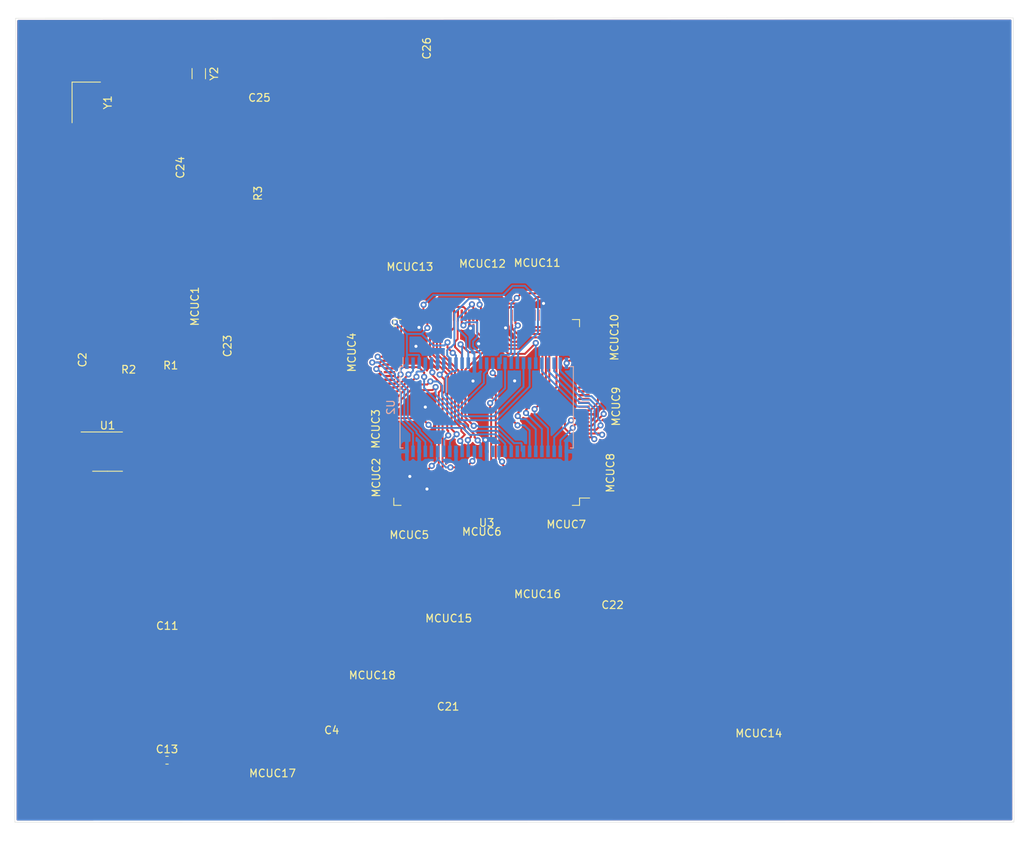
<source format=kicad_pcb>
(kicad_pcb (version 20171130) (host pcbnew "(5.1.5)-2")
  (layers (0 F.Cu signal) (31 B.Cu signal hide) (34 B.Paste user) (35 F.Paste user) (36 B.SilkS user) (37 F.SilkS user) (38 B.Mask user) (39 F.Mask user) (44 Edge.Cuts user))
  (net 0 "")
  (net 1 GND)
  (net 2 "Net-(C2-Pad1)")
  (net 3 "Net-(C4-Pad1)")
  (net 4 VBUS)
  (net 5 VDDA)
  (net 6 "Net-(C23-Pad1)")
  (net 7 "Net-(C24-Pad1)")
  (net 8 "Net-(C25-Pad1)")
  (net 9 "Net-(C26-Pad1)")
  (net 10 "Net-(MCUC1-Pad1)")
  (net 11 "Net-(MCUC2-Pad1)")
  (net 12 +3V3)
  (net 13 "Net-(R2-Pad2)")
  (net 14 "Net-(U1-Pad5)")
  (net 15 "Net-(U1-Pad4)")
  (net 16 PD10)
  (net 17 PD9)
  (net 18 PD8)
  (net 19 PE15)
  (net 20 PE14)
  (net 21 PE13)
  (net 22 PE12)
  (net 23 PE11)
  (net 24 "Net-(U2-Pad40)")
  (net 25 PE1)
  (net 26 PG8)
  (net 27 PH7)
  (net 28 "Net-(U2-Pad36)")
  (net 29 PG1)
  (net 30 PF15)
  (net 31 PF14)
  (net 32 PF13)
  (net 33 PF12)
  (net 34 PF5)
  (net 35 PF4)
  (net 36 PF3)
  (net 37 PF2)
  (net 38 PF1)
  (net 39 PF0)
  (net 40 PG0)
  (net 41 PG5)
  (net 42 PG4)
  (net 43 PH6)
  (net 44 PF11)
  (net 45 PG15)
  (net 46 PH5)
  (net 47 PE0)
  (net 48 PE10)
  (net 49 PE9)
  (net 50 PE8)
  (net 51 PE7)
  (net 52 PD1)
  (net 53 PD0)
  (net 54 PD15)
  (net 55 PD14)
  (net 56 "Net-(U3-Pad176)")
  (net 57 "Net-(U3-Pad175)")
  (net 58 "Net-(U3-Pad174)")
  (net 59 "Net-(U3-Pad173)")
  (net 60 "Net-(U3-Pad171)")
  (net 61 "Net-(U3-Pad168)")
  (net 62 "Net-(U3-Pad167)")
  (net 63 "Net-(U3-Pad166)")
  (net 64 "Net-(U3-Pad165)")
  (net 65 "Net-(U3-Pad164)")
  (net 66 "Net-(U3-Pad163)")
  (net 67 "Net-(U3-Pad162)")
  (net 68 "Net-(U3-Pad161)")
  (net 69 "Net-(U3-Pad157)")
  (net 70 "Net-(U3-Pad156)")
  (net 71 "Net-(U3-Pad155)")
  (net 72 "Net-(U3-Pad154)")
  (net 73 "Net-(U3-Pad153)")
  (net 74 "Net-(U3-Pad152)")
  (net 75 PD7)
  (net 76 PD6)
  (net 77 PD5)
  (net 78 PD4)
  (net 79 PD3)
  (net 80 PD2)
  (net 81 "Net-(U3-Pad141)")
  (net 82 "Net-(U3-Pad140)")
  (net 83 "Net-(U3-Pad139)")
  (net 84 "Net-(U3-Pad138)")
  (net 85 "Net-(U3-Pad137)")
  (net 86 "Net-(U3-Pad134)")
  (net 87 "Net-(U3-Pad133)")
  (net 88 "Net-(U3-Pad132)")
  (net 89 "Net-(U3-Pad131)")
  (net 90 "Net-(U3-Pad130)")
  (net 91 "Net-(U3-Pad129)")
  (net 92 "Net-(U3-Pad128)")
  (net 93 "Net-(U3-Pad124)")
  (net 94 "Net-(U3-Pad123)")
  (net 95 "Net-(U3-Pad122)")
  (net 96 "Net-(U3-Pad121)")
  (net 97 "Net-(U3-Pad120)")
  (net 98 "Net-(U3-Pad119)")
  (net 99 "Net-(U3-Pad118)")
  (net 100 "Net-(U3-Pad117)")
  (net 101 "Net-(U3-Pad116)")
  (net 102 "Net-(U3-Pad115)")
  (net 103 "Net-(U3-Pad111)")
  (net 104 "Net-(U3-Pad110)")
  (net 105 "Net-(U3-Pad107)")
  (net 106 "Net-(U3-Pad106)")
  (net 107 PD13)
  (net 108 PD12)
  (net 109 PD11)
  (net 110 "Net-(U3-Pad95)")
  (net 111 "Net-(U3-Pad94)")
  (net 112 "Net-(U3-Pad93)")
  (net 113 "Net-(U3-Pad92)")
  (net 114 "Net-(U3-Pad89)")
  (net 115 "Net-(U3-Pad88)")
  (net 116 "Net-(U3-Pad87)")
  (net 117 "Net-(U3-Pad86)")
  (net 118 "Net-(U3-Pad85)")
  (net 119 "Net-(U3-Pad80)")
  (net 120 "Net-(U3-Pad79)")
  (net 121 "Net-(U3-Pad58)")
  (net 122 "Net-(U3-Pad57)")
  (net 123 "Net-(U3-Pad56)")
  (net 124 "Net-(U3-Pad55)")
  (net 125 "Net-(U3-Pad54)")
  (net 126 "Net-(U3-Pad53)")
  (net 127 "Net-(U3-Pad52)")
  (net 128 "Net-(U3-Pad51)")
  (net 129 "Net-(U3-Pad50)")
  (net 130 "Net-(U3-Pad47)")
  (net 131 "Net-(U3-Pad45)")
  (net 132 "Net-(U3-Pad44)")
  (net 133 "Net-(U3-Pad43)")
  (net 134 "Net-(U3-Pad42)")
  (net 135 "Net-(U3-Pad41)")
  (net 136 "Net-(U3-Pad40)")
  (net 137 VREF+)
  (net 138 "Net-(U3-Pad37)")
  (net 139 "Net-(U3-Pad35)")
  (net 140 "Net-(U3-Pad34)")
  (net 141 "Net-(U3-Pad33)")
  (net 142 "Net-(U3-Pad32)")
  (net 143 "Net-(U3-Pad31)")
  (net 144 "Net-(U3-Pad30)")
  (net 145 "Net-(U3-Pad29)")
  (net 146 PF10)
  (net 147 PF9)
  (net 148 PF8)
  (net 149 PF7)
  (net 150 PF6)
  (net 151 "Net-(U3-Pad13)")
  (net 152 "Net-(U3-Pad12)")
  (net 153 "Net-(U3-Pad11)")
  (net 154 "Net-(U3-Pad10)")
  (net 155 "Net-(U3-Pad9)")
  (net 156 "Net-(U3-Pad8)")
  (net 157 "Net-(U3-Pad7)")
  (net 158 +BATT)
  (net 159 PE6)
  (net 160 PE5)
  (net 161 PE4)
  (net 162 PE3)
  (net 163 PE2)
  (module Package_QFP:LQFP-176_24x24mm_P0.5mm (layer F.Cu) (at 144.0307 98.7044 180)
    (fp_text reference U3 (at 0 -14.38) (layer F.SilkS))
    (fp_text value STM32H743IITx)
    (pad 176 smd roundrect (at -10.75 -12.675 180) (size 0.3 1.5) (layers F.Cu F.Paste F.Mask) (net 56 "Net-(U3-Pad176)"))
    (pad 175 smd roundrect (at -10.25 -12.675 180) (size 0.3 1.5) (layers F.Cu F.Paste F.Mask) (net 57 "Net-(U3-Pad175)"))
    (pad 174 smd roundrect (at -9.75 -12.675 180) (size 0.3 1.5) (layers F.Cu F.Paste F.Mask) (net 58 "Net-(U3-Pad174)"))
    (pad 173 smd roundrect (at -9.25 -12.675 180) (size 0.3 1.5) (layers F.Cu F.Paste F.Mask) (net 59 "Net-(U3-Pad173)"))
    (pad 172 smd roundrect (at -8.75 -12.675 180) (size 0.3 1.5) (layers F.Cu F.Paste F.Mask) (net 12 +3V3))
    (pad 171 smd roundrect (at -8.25 -12.675 180) (size 0.3 1.5) (layers F.Cu F.Paste F.Mask) (net 60 "Net-(U3-Pad171)"))
    (pad 170 smd roundrect (at -7.75 -12.675 180) (size 0.3 1.5) (layers F.Cu F.Paste F.Mask) (net 25 PE1))
    (pad 169 smd roundrect (at -7.25 -12.675 180) (size 0.3 1.5) (layers F.Cu F.Paste F.Mask) (net 47 PE0))
    (pad 168 smd roundrect (at -6.75 -12.675 180) (size 0.3 1.5) (layers F.Cu F.Paste F.Mask) (net 61 "Net-(U3-Pad168)"))
    (pad 167 smd roundrect (at -6.25 -12.675 180) (size 0.3 1.5) (layers F.Cu F.Paste F.Mask) (net 62 "Net-(U3-Pad167)"))
    (pad 166 smd roundrect (at -5.75 -12.675 180) (size 0.3 1.5) (layers F.Cu F.Paste F.Mask) (net 63 "Net-(U3-Pad166)"))
    (pad 165 smd roundrect (at -5.25 -12.675 180) (size 0.3 1.5) (layers F.Cu F.Paste F.Mask) (net 64 "Net-(U3-Pad165)"))
    (pad 164 smd roundrect (at -4.75 -12.675 180) (size 0.3 1.5) (layers F.Cu F.Paste F.Mask) (net 65 "Net-(U3-Pad164)"))
    (pad 163 smd roundrect (at -4.25 -12.675 180) (size 0.3 1.5) (layers F.Cu F.Paste F.Mask) (net 66 "Net-(U3-Pad163)"))
    (pad 162 smd roundrect (at -3.75 -12.675 180) (size 0.3 1.5) (layers F.Cu F.Paste F.Mask) (net 67 "Net-(U3-Pad162)"))
    (pad 161 smd roundrect (at -3.25 -12.675 180) (size 0.3 1.5) (layers F.Cu F.Paste F.Mask) (net 68 "Net-(U3-Pad161)"))
    (pad 160 smd roundrect (at -2.75 -12.675 180) (size 0.3 1.5) (layers F.Cu F.Paste F.Mask) (net 45 PG15))
    (pad 159 smd roundrect (at -2.25 -12.675 180) (size 0.3 1.5) (layers F.Cu F.Paste F.Mask) (net 12 +3V3))
    (pad 158 smd roundrect (at -1.75 -12.675 180) (size 0.3 1.5) (layers F.Cu F.Paste F.Mask) (net 1 GND))
    (pad 157 smd roundrect (at -1.25 -12.675 180) (size 0.3 1.5) (layers F.Cu F.Paste F.Mask) (net 69 "Net-(U3-Pad157)"))
    (pad 156 smd roundrect (at -0.75 -12.675 180) (size 0.3 1.5) (layers F.Cu F.Paste F.Mask) (net 70 "Net-(U3-Pad156)"))
    (pad 155 smd roundrect (at -0.25 -12.675 180) (size 0.3 1.5) (layers F.Cu F.Paste F.Mask) (net 71 "Net-(U3-Pad155)"))
    (pad 154 smd roundrect (at 0.25 -12.675 180) (size 0.3 1.5) (layers F.Cu F.Paste F.Mask) (net 72 "Net-(U3-Pad154)"))
    (pad 153 smd roundrect (at 0.75 -12.675 180) (size 0.3 1.5) (layers F.Cu F.Paste F.Mask) (net 73 "Net-(U3-Pad153)"))
    (pad 152 smd roundrect (at 1.25 -12.675 180) (size 0.3 1.5) (layers F.Cu F.Paste F.Mask) (net 74 "Net-(U3-Pad152)"))
    (pad 151 smd roundrect (at 1.75 -12.675 180) (size 0.3 1.5) (layers F.Cu F.Paste F.Mask) (net 75 PD7))
    (pad 150 smd roundrect (at 2.25 -12.675 180) (size 0.3 1.5) (layers F.Cu F.Paste F.Mask) (net 76 PD6))
    (pad 149 smd roundrect (at 2.75 -12.675 180) (size 0.3 1.5) (layers F.Cu F.Paste F.Mask) (net 12 +3V3))
    (pad 148 smd roundrect (at 3.25 -12.675 180) (size 0.3 1.5) (layers F.Cu F.Paste F.Mask) (net 1 GND))
    (pad 147 smd roundrect (at 3.75 -12.675 180) (size 0.3 1.5) (layers F.Cu F.Paste F.Mask) (net 77 PD5))
    (pad 146 smd roundrect (at 4.25 -12.675 180) (size 0.3 1.5) (layers F.Cu F.Paste F.Mask) (net 78 PD4))
    (pad 145 smd roundrect (at 4.75 -12.675 180) (size 0.3 1.5) (layers F.Cu F.Paste F.Mask) (net 79 PD3))
    (pad 144 smd roundrect (at 5.25 -12.675 180) (size 0.3 1.5) (layers F.Cu F.Paste F.Mask) (net 80 PD2))
    (pad 143 smd roundrect (at 5.75 -12.675 180) (size 0.3 1.5) (layers F.Cu F.Paste F.Mask) (net 52 PD1))
    (pad 142 smd roundrect (at 6.25 -12.675 180) (size 0.3 1.5) (layers F.Cu F.Paste F.Mask) (net 53 PD0))
    (pad 141 smd roundrect (at 6.75 -12.675 180) (size 0.3 1.5) (layers F.Cu F.Paste F.Mask) (net 81 "Net-(U3-Pad141)"))
    (pad 140 smd roundrect (at 7.25 -12.675 180) (size 0.3 1.5) (layers F.Cu F.Paste F.Mask) (net 82 "Net-(U3-Pad140)"))
    (pad 139 smd roundrect (at 7.75 -12.675 180) (size 0.3 1.5) (layers F.Cu F.Paste F.Mask) (net 83 "Net-(U3-Pad139)"))
    (pad 138 smd roundrect (at 8.25 -12.675 180) (size 0.3 1.5) (layers F.Cu F.Paste F.Mask) (net 84 "Net-(U3-Pad138)"))
    (pad 137 smd roundrect (at 8.75 -12.675 180) (size 0.3 1.5) (layers F.Cu F.Paste F.Mask) (net 85 "Net-(U3-Pad137)"))
    (pad 136 smd roundrect (at 9.25 -12.675 180) (size 0.3 1.5) (layers F.Cu F.Paste F.Mask) (net 12 +3V3))
    (pad 135 smd roundrect (at 9.75 -12.675 180) (size 0.3 1.5) (layers F.Cu F.Paste F.Mask) (net 1 GND))
    (pad 134 smd roundrect (at 10.25 -12.675 180) (size 0.3 1.5) (layers F.Cu F.Paste F.Mask) (net 86 "Net-(U3-Pad134)"))
    (pad 133 smd roundrect (at 10.75 -12.675 180) (size 0.3 1.5) (layers F.Cu F.Paste F.Mask) (net 87 "Net-(U3-Pad133)"))
    (pad 132 smd roundrect (at 12.675 -10.75 180) (size 1.5 0.3) (layers F.Cu F.Paste F.Mask) (net 88 "Net-(U3-Pad132)"))
    (pad 131 smd roundrect (at 12.675 -10.25 180) (size 1.5 0.3) (layers F.Cu F.Paste F.Mask) (net 89 "Net-(U3-Pad131)"))
    (pad 130 smd roundrect (at 12.675 -9.75 180) (size 1.5 0.3) (layers F.Cu F.Paste F.Mask) (net 90 "Net-(U3-Pad130)"))
    (pad 129 smd roundrect (at 12.675 -9.25 180) (size 1.5 0.3) (layers F.Cu F.Paste F.Mask) (net 91 "Net-(U3-Pad129)"))
    (pad 128 smd roundrect (at 12.675 -8.75 180) (size 1.5 0.3) (layers F.Cu F.Paste F.Mask) (net 92 "Net-(U3-Pad128)"))
    (pad 127 smd roundrect (at 12.675 -8.25 180) (size 1.5 0.3) (layers F.Cu F.Paste F.Mask) (net 12 +3V3))
    (pad 126 smd roundrect (at 12.675 -7.75 180) (size 1.5 0.3) (layers F.Cu F.Paste F.Mask) (net 1 GND))
    (pad 125 smd roundrect (at 12.675 -7.25 180) (size 1.5 0.3) (layers F.Cu F.Paste F.Mask) (net 11 "Net-(MCUC2-Pad1)"))
    (pad 124 smd roundrect (at 12.675 -6.75 180) (size 1.5 0.3) (layers F.Cu F.Paste F.Mask) (net 93 "Net-(U3-Pad124)"))
    (pad 123 smd roundrect (at 12.675 -6.25 180) (size 1.5 0.3) (layers F.Cu F.Paste F.Mask) (net 94 "Net-(U3-Pad123)"))
    (pad 122 smd roundrect (at 12.675 -5.75 180) (size 1.5 0.3) (layers F.Cu F.Paste F.Mask) (net 95 "Net-(U3-Pad122)"))
    (pad 121 smd roundrect (at 12.675 -5.25 180) (size 1.5 0.3) (layers F.Cu F.Paste F.Mask) (net 96 "Net-(U3-Pad121)"))
    (pad 120 smd roundrect (at 12.675 -4.75 180) (size 1.5 0.3) (layers F.Cu F.Paste F.Mask) (net 97 "Net-(U3-Pad120)"))
    (pad 119 smd roundrect (at 12.675 -4.25 180) (size 1.5 0.3) (layers F.Cu F.Paste F.Mask) (net 98 "Net-(U3-Pad119)"))
    (pad 118 smd roundrect (at 12.675 -3.75 180) (size 1.5 0.3) (layers F.Cu F.Paste F.Mask) (net 99 "Net-(U3-Pad118)"))
    (pad 117 smd roundrect (at 12.675 -3.25 180) (size 1.5 0.3) (layers F.Cu F.Paste F.Mask) (net 100 "Net-(U3-Pad117)"))
    (pad 116 smd roundrect (at 12.675 -2.75 180) (size 1.5 0.3) (layers F.Cu F.Paste F.Mask) (net 101 "Net-(U3-Pad116)"))
    (pad 115 smd roundrect (at 12.675 -2.25 180) (size 1.5 0.3) (layers F.Cu F.Paste F.Mask) (net 102 "Net-(U3-Pad115)"))
    (pad 114 smd roundrect (at 12.675 -1.75 180) (size 1.5 0.3) (layers F.Cu F.Paste F.Mask) (net 12 +3V3))
    (pad 113 smd roundrect (at 12.675 -1.25 180) (size 1.5 0.3) (layers F.Cu F.Paste F.Mask) (net 1 GND))
    (pad 112 smd roundrect (at 12.675 -0.75 180) (size 1.5 0.3) (layers F.Cu F.Paste F.Mask) (net 26 PG8))
    (pad 111 smd roundrect (at 12.675 -0.25 180) (size 1.5 0.3) (layers F.Cu F.Paste F.Mask) (net 103 "Net-(U3-Pad111)"))
    (pad 110 smd roundrect (at 12.675 0.25 180) (size 1.5 0.3) (layers F.Cu F.Paste F.Mask) (net 104 "Net-(U3-Pad110)"))
    (pad 109 smd roundrect (at 12.675 0.75 180) (size 1.5 0.3) (layers F.Cu F.Paste F.Mask) (net 41 PG5))
    (pad 108 smd roundrect (at 12.675 1.25 180) (size 1.5 0.3) (layers F.Cu F.Paste F.Mask) (net 42 PG4))
    (pad 107 smd roundrect (at 12.675 1.75 180) (size 1.5 0.3) (layers F.Cu F.Paste F.Mask) (net 105 "Net-(U3-Pad107)"))
    (pad 106 smd roundrect (at 12.675 2.25 180) (size 1.5 0.3) (layers F.Cu F.Paste F.Mask) (net 106 "Net-(U3-Pad106)"))
    (pad 105 smd roundrect (at 12.675 2.75 180) (size 1.5 0.3) (layers F.Cu F.Paste F.Mask) (net 54 PD15))
    (pad 104 smd roundrect (at 12.675 3.25 180) (size 1.5 0.3) (layers F.Cu F.Paste F.Mask) (net 55 PD14))
    (pad 103 smd roundrect (at 12.675 3.75 180) (size 1.5 0.3) (layers F.Cu F.Paste F.Mask) (net 12 +3V3))
    (pad 102 smd roundrect (at 12.675 4.25 180) (size 1.5 0.3) (layers F.Cu F.Paste F.Mask) (net 1 GND))
    (pad 101 smd roundrect (at 12.675 4.75 180) (size 1.5 0.3) (layers F.Cu F.Paste F.Mask) (net 107 PD13))
    (pad 100 smd roundrect (at 12.675 5.25 180) (size 1.5 0.3) (layers F.Cu F.Paste F.Mask) (net 108 PD12))
    (pad 99 smd roundrect (at 12.675 5.75 180) (size 1.5 0.3) (layers F.Cu F.Paste F.Mask) (net 109 PD11))
    (pad 98 smd roundrect (at 12.675 6.25 180) (size 1.5 0.3) (layers F.Cu F.Paste F.Mask) (net 16 PD10))
    (pad 97 smd roundrect (at 12.675 6.75 180) (size 1.5 0.3) (layers F.Cu F.Paste F.Mask) (net 17 PD9))
    (pad 96 smd roundrect (at 12.675 7.25 180) (size 1.5 0.3) (layers F.Cu F.Paste F.Mask) (net 18 PD8))
    (pad 95 smd roundrect (at 12.675 7.75 180) (size 1.5 0.3) (layers F.Cu F.Paste F.Mask) (net 110 "Net-(U3-Pad95)"))
    (pad 94 smd roundrect (at 12.675 8.25 180) (size 1.5 0.3) (layers F.Cu F.Paste F.Mask) (net 111 "Net-(U3-Pad94)"))
    (pad 93 smd roundrect (at 12.675 8.75 180) (size 1.5 0.3) (layers F.Cu F.Paste F.Mask) (net 112 "Net-(U3-Pad93)"))
    (pad 92 smd roundrect (at 12.675 9.25 180) (size 1.5 0.3) (layers F.Cu F.Paste F.Mask) (net 113 "Net-(U3-Pad92)"))
    (pad 91 smd roundrect (at 12.675 9.75 180) (size 1.5 0.3) (layers F.Cu F.Paste F.Mask) (net 12 +3V3))
    (pad 90 smd roundrect (at 12.675 10.25 180) (size 1.5 0.3) (layers F.Cu F.Paste F.Mask) (net 1 GND))
    (pad 89 smd roundrect (at 12.675 10.75 180) (size 1.5 0.3) (layers F.Cu F.Paste F.Mask) (net 114 "Net-(U3-Pad89)"))
    (pad 88 smd roundrect (at 10.75 12.675 180) (size 0.3 1.5) (layers F.Cu F.Paste F.Mask) (net 115 "Net-(U3-Pad88)"))
    (pad 87 smd roundrect (at 10.25 12.675 180) (size 0.3 1.5) (layers F.Cu F.Paste F.Mask) (net 116 "Net-(U3-Pad87)"))
    (pad 86 smd roundrect (at 9.75 12.675 180) (size 0.3 1.5) (layers F.Cu F.Paste F.Mask) (net 117 "Net-(U3-Pad86)"))
    (pad 85 smd roundrect (at 9.25 12.675 180) (size 0.3 1.5) (layers F.Cu F.Paste F.Mask) (net 118 "Net-(U3-Pad85)"))
    (pad 84 smd roundrect (at 8.75 12.675 180) (size 0.3 1.5) (layers F.Cu F.Paste F.Mask) (net 27 PH7))
    (pad 83 smd roundrect (at 8.25 12.675 180) (size 0.3 1.5) (layers F.Cu F.Paste F.Mask) (net 43 PH6))
    (pad 82 smd roundrect (at 7.75 12.675 180) (size 0.3 1.5) (layers F.Cu F.Paste F.Mask) (net 12 +3V3))
    (pad 81 smd roundrect (at 7.25 12.675 180) (size 0.3 1.5) (layers F.Cu F.Paste F.Mask) (net 10 "Net-(MCUC1-Pad1)"))
    (pad 80 smd roundrect (at 6.75 12.675 180) (size 0.3 1.5) (layers F.Cu F.Paste F.Mask) (net 119 "Net-(U3-Pad80)"))
    (pad 79 smd roundrect (at 6.25 12.675 180) (size 0.3 1.5) (layers F.Cu F.Paste F.Mask) (net 120 "Net-(U3-Pad79)"))
    (pad 78 smd roundrect (at 5.75 12.675 180) (size 0.3 1.5) (layers F.Cu F.Paste F.Mask) (net 19 PE15))
    (pad 77 smd roundrect (at 5.25 12.675 180) (size 0.3 1.5) (layers F.Cu F.Paste F.Mask) (net 20 PE14))
    (pad 76 smd roundrect (at 4.75 12.675 180) (size 0.3 1.5) (layers F.Cu F.Paste F.Mask) (net 21 PE13))
    (pad 75 smd roundrect (at 4.25 12.675 180) (size 0.3 1.5) (layers F.Cu F.Paste F.Mask) (net 22 PE12))
    (pad 74 smd roundrect (at 3.75 12.675 180) (size 0.3 1.5) (layers F.Cu F.Paste F.Mask) (net 23 PE11))
    (pad 73 smd roundrect (at 3.25 12.675 180) (size 0.3 1.5) (layers F.Cu F.Paste F.Mask) (net 48 PE10))
    (pad 72 smd roundrect (at 2.75 12.675 180) (size 0.3 1.5) (layers F.Cu F.Paste F.Mask) (net 12 +3V3))
    (pad 71 smd roundrect (at 2.25 12.675 180) (size 0.3 1.5) (layers F.Cu F.Paste F.Mask) (net 1 GND))
    (pad 70 smd roundrect (at 1.75 12.675 180) (size 0.3 1.5) (layers F.Cu F.Paste F.Mask) (net 49 PE9))
    (pad 69 smd roundrect (at 1.25 12.675 180) (size 0.3 1.5) (layers F.Cu F.Paste F.Mask) (net 50 PE8))
    (pad 68 smd roundrect (at 0.75 12.675 180) (size 0.3 1.5) (layers F.Cu F.Paste F.Mask) (net 51 PE7))
    (pad 67 smd roundrect (at 0.25 12.675 180) (size 0.3 1.5) (layers F.Cu F.Paste F.Mask) (net 29 PG1))
    (pad 66 smd roundrect (at -0.25 12.675 180) (size 0.3 1.5) (layers F.Cu F.Paste F.Mask) (net 40 PG0))
    (pad 65 smd roundrect (at -0.75 12.675 180) (size 0.3 1.5) (layers F.Cu F.Paste F.Mask) (net 30 PF15))
    (pad 64 smd roundrect (at -1.25 12.675 180) (size 0.3 1.5) (layers F.Cu F.Paste F.Mask) (net 31 PF14))
    (pad 63 smd roundrect (at -1.75 12.675 180) (size 0.3 1.5) (layers F.Cu F.Paste F.Mask) (net 32 PF13))
    (pad 62 smd roundrect (at -2.25 12.675 180) (size 0.3 1.5) (layers F.Cu F.Paste F.Mask) (net 12 +3V3))
    (pad 61 smd roundrect (at -2.75 12.675 180) (size 0.3 1.5) (layers F.Cu F.Paste F.Mask) (net 1 GND))
    (pad 60 smd roundrect (at -3.25 12.675 180) (size 0.3 1.5) (layers F.Cu F.Paste F.Mask) (net 33 PF12))
    (pad 59 smd roundrect (at -3.75 12.675 180) (size 0.3 1.5) (layers F.Cu F.Paste F.Mask) (net 44 PF11))
    (pad 58 smd roundrect (at -4.25 12.675 180) (size 0.3 1.5) (layers F.Cu F.Paste F.Mask) (net 121 "Net-(U3-Pad58)"))
    (pad 57 smd roundrect (at -4.75 12.675 180) (size 0.3 1.5) (layers F.Cu F.Paste F.Mask) (net 122 "Net-(U3-Pad57)"))
    (pad 56 smd roundrect (at -5.25 12.675 180) (size 0.3 1.5) (layers F.Cu F.Paste F.Mask) (net 123 "Net-(U3-Pad56)"))
    (pad 55 smd roundrect (at -5.75 12.675 180) (size 0.3 1.5) (layers F.Cu F.Paste F.Mask) (net 124 "Net-(U3-Pad55)"))
    (pad 54 smd roundrect (at -6.25 12.675 180) (size 0.3 1.5) (layers F.Cu F.Paste F.Mask) (net 125 "Net-(U3-Pad54)"))
    (pad 53 smd roundrect (at -6.75 12.675 180) (size 0.3 1.5) (layers F.Cu F.Paste F.Mask) (net 126 "Net-(U3-Pad53)"))
    (pad 52 smd roundrect (at -7.25 12.675 180) (size 0.3 1.5) (layers F.Cu F.Paste F.Mask) (net 127 "Net-(U3-Pad52)"))
    (pad 51 smd roundrect (at -7.75 12.675 180) (size 0.3 1.5) (layers F.Cu F.Paste F.Mask) (net 128 "Net-(U3-Pad51)"))
    (pad 50 smd roundrect (at -8.25 12.675 180) (size 0.3 1.5) (layers F.Cu F.Paste F.Mask) (net 129 "Net-(U3-Pad50)"))
    (pad 49 smd roundrect (at -8.75 12.675 180) (size 0.3 1.5) (layers F.Cu F.Paste F.Mask) (net 12 +3V3))
    (pad 48 smd roundrect (at -9.25 12.675 180) (size 0.3 1.5) (layers F.Cu F.Paste F.Mask) (net 1 GND))
    (pad 47 smd roundrect (at -9.75 12.675 180) (size 0.3 1.5) (layers F.Cu F.Paste F.Mask) (net 130 "Net-(U3-Pad47)"))
    (pad 46 smd roundrect (at -10.25 12.675 180) (size 0.3 1.5) (layers F.Cu F.Paste F.Mask) (net 46 PH5))
    (pad 45 smd roundrect (at -10.75 12.675 180) (size 0.3 1.5) (layers F.Cu F.Paste F.Mask) (net 131 "Net-(U3-Pad45)"))
    (pad 44 smd roundrect (at -12.675 10.75 180) (size 1.5 0.3) (layers F.Cu F.Paste F.Mask) (net 132 "Net-(U3-Pad44)"))
    (pad 43 smd roundrect (at -12.675 10.25 180) (size 1.5 0.3) (layers F.Cu F.Paste F.Mask) (net 133 "Net-(U3-Pad43)"))
    (pad 42 smd roundrect (at -12.675 9.75 180) (size 1.5 0.3) (layers F.Cu F.Paste F.Mask) (net 134 "Net-(U3-Pad42)"))
    (pad 41 smd roundrect (at -12.675 9.25 180) (size 1.5 0.3) (layers F.Cu F.Paste F.Mask) (net 135 "Net-(U3-Pad41)"))
    (pad 40 smd roundrect (at -12.675 8.75 180) (size 1.5 0.3) (layers F.Cu F.Paste F.Mask) (net 136 "Net-(U3-Pad40)"))
    (pad 39 smd roundrect (at -12.675 8.25 180) (size 1.5 0.3) (layers F.Cu F.Paste F.Mask) (net 5 VDDA))
    (pad 38 smd roundrect (at -12.675 7.75 180) (size 1.5 0.3) (layers F.Cu F.Paste F.Mask) (net 137 VREF+))
    (pad 37 smd roundrect (at -12.675 7.25 180) (size 1.5 0.3) (layers F.Cu F.Paste F.Mask) (net 138 "Net-(U3-Pad37)"))
    (pad 36 smd roundrect (at -12.675 6.75 180) (size 1.5 0.3) (layers F.Cu F.Paste F.Mask) (net 12 +3V3))
    (pad 35 smd roundrect (at -12.675 6.25 180) (size 1.5 0.3) (layers F.Cu F.Paste F.Mask) (net 139 "Net-(U3-Pad35)"))
    (pad 34 smd roundrect (at -12.675 5.75 180) (size 1.5 0.3) (layers F.Cu F.Paste F.Mask) (net 140 "Net-(U3-Pad34)"))
    (pad 33 smd roundrect (at -12.675 5.25 180) (size 1.5 0.3) (layers F.Cu F.Paste F.Mask) (net 141 "Net-(U3-Pad33)"))
    (pad 32 smd roundrect (at -12.675 4.75 180) (size 1.5 0.3) (layers F.Cu F.Paste F.Mask) (net 142 "Net-(U3-Pad32)"))
    (pad 31 smd roundrect (at -12.675 4.25 180) (size 1.5 0.3) (layers F.Cu F.Paste F.Mask) (net 143 "Net-(U3-Pad31)"))
    (pad 30 smd roundrect (at -12.675 3.75 180) (size 1.5 0.3) (layers F.Cu F.Paste F.Mask) (net 144 "Net-(U3-Pad30)"))
    (pad 29 smd roundrect (at -12.675 3.25 180) (size 1.5 0.3) (layers F.Cu F.Paste F.Mask) (net 145 "Net-(U3-Pad29)"))
    (pad 28 smd roundrect (at -12.675 2.75 180) (size 1.5 0.3) (layers F.Cu F.Paste F.Mask) (net 146 PF10))
    (pad 27 smd roundrect (at -12.675 2.25 180) (size 1.5 0.3) (layers F.Cu F.Paste F.Mask) (net 147 PF9))
    (pad 26 smd roundrect (at -12.675 1.75 180) (size 1.5 0.3) (layers F.Cu F.Paste F.Mask) (net 148 PF8))
    (pad 25 smd roundrect (at -12.675 1.25 180) (size 1.5 0.3) (layers F.Cu F.Paste F.Mask) (net 149 PF7))
    (pad 24 smd roundrect (at -12.675 0.75 180) (size 1.5 0.3) (layers F.Cu F.Paste F.Mask) (net 150 PF6))
    (pad 23 smd roundrect (at -12.675 0.25 180) (size 1.5 0.3) (layers F.Cu F.Paste F.Mask) (net 12 +3V3))
    (pad 22 smd roundrect (at -12.675 -0.25 180) (size 1.5 0.3) (layers F.Cu F.Paste F.Mask) (net 1 GND))
    (pad 21 smd roundrect (at -12.675 -0.75 180) (size 1.5 0.3) (layers F.Cu F.Paste F.Mask) (net 34 PF5))
    (pad 20 smd roundrect (at -12.675 -1.25 180) (size 1.5 0.3) (layers F.Cu F.Paste F.Mask) (net 35 PF4))
    (pad 19 smd roundrect (at -12.675 -1.75 180) (size 1.5 0.3) (layers F.Cu F.Paste F.Mask) (net 36 PF3))
    (pad 18 smd roundrect (at -12.675 -2.25 180) (size 1.5 0.3) (layers F.Cu F.Paste F.Mask) (net 37 PF2))
    (pad 17 smd roundrect (at -12.675 -2.75 180) (size 1.5 0.3) (layers F.Cu F.Paste F.Mask) (net 38 PF1))
    (pad 16 smd roundrect (at -12.675 -3.25 180) (size 1.5 0.3) (layers F.Cu F.Paste F.Mask) (net 39 PF0))
    (pad 15 smd roundrect (at -12.675 -3.75 180) (size 1.5 0.3) (layers F.Cu F.Paste F.Mask) (net 12 +3V3))
    (pad 14 smd roundrect (at -12.675 -4.25 180) (size 1.5 0.3) (layers F.Cu F.Paste F.Mask) (net 1 GND))
    (pad 13 smd roundrect (at -12.675 -4.75 180) (size 1.5 0.3) (layers F.Cu F.Paste F.Mask) (net 151 "Net-(U3-Pad13)"))
    (pad 12 smd roundrect (at -12.675 -5.25 180) (size 1.5 0.3) (layers F.Cu F.Paste F.Mask) (net 152 "Net-(U3-Pad12)"))
    (pad 11 smd roundrect (at -12.675 -5.75 180) (size 1.5 0.3) (layers F.Cu F.Paste F.Mask) (net 153 "Net-(U3-Pad11)"))
    (pad 10 smd roundrect (at -12.675 -6.25 180) (size 1.5 0.3) (layers F.Cu F.Paste F.Mask) (net 154 "Net-(U3-Pad10)"))
    (pad 9 smd roundrect (at -12.675 -6.75 180) (size 1.5 0.3) (layers F.Cu F.Paste F.Mask) (net 155 "Net-(U3-Pad9)"))
    (pad 8 smd roundrect (at -12.675 -7.25 180) (size 1.5 0.3) (layers F.Cu F.Paste F.Mask) (net 156 "Net-(U3-Pad8)"))
    (pad 7 smd roundrect (at -12.675 -7.75 180) (size 1.5 0.3) (layers F.Cu F.Paste F.Mask) (net 157 "Net-(U3-Pad7)"))
    (pad 6 smd roundrect (at -12.675 -8.25 180) (size 1.5 0.3) (layers F.Cu F.Paste F.Mask) (net 158 +BATT))
    (pad 5 smd roundrect (at -12.675 -8.75 180) (size 1.5 0.3) (layers F.Cu F.Paste F.Mask) (net 159 PE6))
    (pad 4 smd roundrect (at -12.675 -9.25 180) (size 1.5 0.3) (layers F.Cu F.Paste F.Mask) (net 160 PE5))
    (pad 3 smd roundrect (at -12.675 -9.75 180) (size 1.5 0.3) (layers F.Cu F.Paste F.Mask) (net 161 PE4))
    (pad 2 smd roundrect (at -12.675 -10.25 180) (size 1.5 0.3) (layers F.Cu F.Paste F.Mask) (net 162 PE3))
    (pad 1 smd roundrect (at -12.675 -10.75 180) (size 1.5 0.3) (layers F.Cu F.Paste F.Mask) (net 163 PE2))
  )
  (module Crystal:Crystal_SMD_3215-2Pin_3.2x1.5mm (layer F.Cu) (at 106.49712 54.53412 270)
    (fp_text reference Y2 (at 0 -2 90) (layer F.SilkS))
    (fp_text value 32.768KHz)
    (pad 2 smd rect (at -1.25 0 270) (size 1 1.8) (layers F.Cu F.Paste F.Mask) (net 9 "Net-(C26-Pad1)"))
    (pad 1 smd rect (at 1.25 0 270) (size 1 1.8) (layers F.Cu F.Paste F.Mask) (net 8 "Net-(C25-Pad1)"))
  )
  (module Crystal:Crystal_SMD_5032-4Pin_5.0x3.2mm (layer F.Cu) (at 91.82938 58.28692 270)
    (fp_text reference Y1 (at 0 -2.8 90) (layer F.SilkS))
    (fp_text value 8Mhz)
    (pad 4 smd rect (at -1.65 -1 270) (size 1.6 1.3) (layers F.Cu F.Paste F.Mask) (net 1 GND))
    (pad 3 smd rect (at 1.65 -1 270) (size 1.6 1.3) (layers F.Cu F.Paste F.Mask) (net 7 "Net-(C24-Pad1)"))
    (pad 2 smd rect (at 1.65 1 270) (size 1.6 1.3) (layers F.Cu F.Paste F.Mask) (net 1 GND))
    (pad 1 smd rect (at -1.65 1 270) (size 1.6 1.3) (layers F.Cu F.Paste F.Mask) (net 6 "Net-(C23-Pad1)"))
  )
  (module Package_SO:TSOP-II-54_22.2x10.16mm_P0.8mm (layer B.Cu) (at 144.0307 98.0313 270)
    (fp_text reference U2 (at 0 12.5 270) (layer B.SilkS) (effects (justify mirror)))
    (fp_text value IS42S16400J-xC)
    (pad 54 smd rect (at 5.75 10.4 270) (size 1.51 0.458) (layers B.Cu B.Paste B.Mask) (net 1 GND))
    (pad 53 smd rect (at 5.75 9.6 270) (size 1.51 0.458) (layers B.Cu B.Paste B.Mask) (net 16 PD10))
    (pad 52 smd rect (at 5.75 8.8 270) (size 1.51 0.458) (layers B.Cu B.Paste B.Mask) (net 1 GND))
    (pad 51 smd rect (at 5.75 8 270) (size 1.51 0.458) (layers B.Cu B.Paste B.Mask) (net 17 PD9))
    (pad 50 smd rect (at 5.75 7.2 270) (size 1.51 0.458) (layers B.Cu B.Paste B.Mask) (net 18 PD8))
    (pad 49 smd rect (at 5.75 6.4 270) (size 1.51 0.458) (layers B.Cu B.Paste B.Mask) (net 12 +3V3))
    (pad 48 smd rect (at 5.75 5.6 270) (size 1.51 0.458) (layers B.Cu B.Paste B.Mask) (net 19 PE15))
    (pad 47 smd rect (at 5.75 4.8 270) (size 1.51 0.458) (layers B.Cu B.Paste B.Mask) (net 20 PE14))
    (pad 46 smd rect (at 5.75 4 270) (size 1.51 0.458) (layers B.Cu B.Paste B.Mask) (net 1 GND))
    (pad 45 smd rect (at 5.75 3.2 270) (size 1.51 0.458) (layers B.Cu B.Paste B.Mask) (net 21 PE13))
    (pad 44 smd rect (at 5.75 2.4 270) (size 1.51 0.458) (layers B.Cu B.Paste B.Mask) (net 22 PE12))
    (pad 43 smd rect (at 5.75 1.6 270) (size 1.51 0.458) (layers B.Cu B.Paste B.Mask) (net 12 +3V3))
    (pad 42 smd rect (at 5.75 0.8 270) (size 1.51 0.458) (layers B.Cu B.Paste B.Mask) (net 23 PE11))
    (pad 41 smd rect (at 5.75 0 270) (size 1.51 0.458) (layers B.Cu B.Paste B.Mask) (net 1 GND))
    (pad 40 smd rect (at 5.75 -0.8 270) (size 1.51 0.458) (layers B.Cu B.Paste B.Mask) (net 24 "Net-(U2-Pad40)"))
    (pad 39 smd rect (at 5.75 -1.6 270) (size 1.51 0.458) (layers B.Cu B.Paste B.Mask) (net 25 PE1))
    (pad 38 smd rect (at 5.75 -2.4 270) (size 1.51 0.458) (layers B.Cu B.Paste B.Mask) (net 26 PG8))
    (pad 37 smd rect (at 5.75 -3.2 270) (size 1.51 0.458) (layers B.Cu B.Paste B.Mask) (net 27 PH7))
    (pad 36 smd rect (at 5.75 -4 270) (size 1.51 0.458) (layers B.Cu B.Paste B.Mask) (net 28 "Net-(U2-Pad36)"))
    (pad 35 smd rect (at 5.75 -4.8 270) (size 1.51 0.458) (layers B.Cu B.Paste B.Mask) (net 29 PG1))
    (pad 34 smd rect (at 5.75 -5.6 270) (size 1.51 0.458) (layers B.Cu B.Paste B.Mask) (net 30 PF15))
    (pad 33 smd rect (at 5.75 -6.4 270) (size 1.51 0.458) (layers B.Cu B.Paste B.Mask) (net 31 PF14))
    (pad 32 smd rect (at 5.75 -7.2 270) (size 1.51 0.458) (layers B.Cu B.Paste B.Mask) (net 32 PF13))
    (pad 31 smd rect (at 5.75 -8 270) (size 1.51 0.458) (layers B.Cu B.Paste B.Mask) (net 33 PF12))
    (pad 30 smd rect (at 5.75 -8.8 270) (size 1.51 0.458) (layers B.Cu B.Paste B.Mask) (net 34 PF5))
    (pad 29 smd rect (at 5.75 -9.6 270) (size 1.51 0.458) (layers B.Cu B.Paste B.Mask) (net 35 PF4))
    (pad 28 smd rect (at 5.75 -10.4 270) (size 1.51 0.458) (layers B.Cu B.Paste B.Mask) (net 1 GND))
    (pad 27 smd rect (at -5.75 -10.4 270) (size 1.51 0.458) (layers B.Cu B.Paste B.Mask) (net 12 +3V3))
    (pad 26 smd rect (at -5.75 -9.6 270) (size 1.51 0.458) (layers B.Cu B.Paste B.Mask) (net 36 PF3))
    (pad 25 smd rect (at -5.75 -8.8 270) (size 1.51 0.458) (layers B.Cu B.Paste B.Mask) (net 37 PF2))
    (pad 24 smd rect (at -5.75 -8 270) (size 1.51 0.458) (layers B.Cu B.Paste B.Mask) (net 38 PF1))
    (pad 23 smd rect (at -5.75 -7.2 270) (size 1.51 0.458) (layers B.Cu B.Paste B.Mask) (net 39 PF0))
    (pad 22 smd rect (at -5.75 -6.4 270) (size 1.51 0.458) (layers B.Cu B.Paste B.Mask) (net 40 PG0))
    (pad 21 smd rect (at -5.75 -5.6 270) (size 1.51 0.458) (layers B.Cu B.Paste B.Mask) (net 41 PG5))
    (pad 20 smd rect (at -5.75 -4.8 270) (size 1.51 0.458) (layers B.Cu B.Paste B.Mask) (net 42 PG4))
    (pad 19 smd rect (at -5.75 -4 270) (size 1.51 0.458) (layers B.Cu B.Paste B.Mask) (net 43 PH6))
    (pad 18 smd rect (at -5.75 -3.2 270) (size 1.51 0.458) (layers B.Cu B.Paste B.Mask) (net 44 PF11))
    (pad 17 smd rect (at -5.75 -2.4 270) (size 1.51 0.458) (layers B.Cu B.Paste B.Mask) (net 45 PG15))
    (pad 16 smd rect (at -5.75 -1.6 270) (size 1.51 0.458) (layers B.Cu B.Paste B.Mask) (net 46 PH5))
    (pad 15 smd rect (at -5.75 -0.8 270) (size 1.51 0.458) (layers B.Cu B.Paste B.Mask) (net 47 PE0))
    (pad 14 smd rect (at -5.75 0 270) (size 1.51 0.458) (layers B.Cu B.Paste B.Mask) (net 12 +3V3))
    (pad 13 smd rect (at -5.75 0.8 270) (size 1.51 0.458) (layers B.Cu B.Paste B.Mask) (net 48 PE10))
    (pad 12 smd rect (at -5.75 1.6 270) (size 1.51 0.458) (layers B.Cu B.Paste B.Mask) (net 1 GND))
    (pad 11 smd rect (at -5.75 2.4 270) (size 1.51 0.458) (layers B.Cu B.Paste B.Mask) (net 49 PE9))
    (pad 10 smd rect (at -5.75 3.2 270) (size 1.51 0.458) (layers B.Cu B.Paste B.Mask) (net 50 PE8))
    (pad 9 smd rect (at -5.75 4 270) (size 1.51 0.458) (layers B.Cu B.Paste B.Mask) (net 12 +3V3))
    (pad 8 smd rect (at -5.75 4.8 270) (size 1.51 0.458) (layers B.Cu B.Paste B.Mask) (net 51 PE7))
    (pad 7 smd rect (at -5.75 5.6 270) (size 1.51 0.458) (layers B.Cu B.Paste B.Mask) (net 52 PD1))
    (pad 6 smd rect (at -5.75 6.4 270) (size 1.51 0.458) (layers B.Cu B.Paste B.Mask) (net 1 GND))
    (pad 5 smd rect (at -5.75 7.2 270) (size 1.51 0.458) (layers B.Cu B.Paste B.Mask) (net 53 PD0))
    (pad 4 smd rect (at -5.75 8 270) (size 1.51 0.458) (layers B.Cu B.Paste B.Mask) (net 54 PD15))
    (pad 3 smd rect (at -5.75 8.8 270) (size 1.51 0.458) (layers B.Cu B.Paste B.Mask) (net 12 +3V3))
    (pad 2 smd rect (at -5.75 9.6 270) (size 1.51 0.458) (layers B.Cu B.Paste B.Mask) (net 55 PD14))
    (pad 1 smd rect (at -5.75 10.4 270) (size 1.51 0.458) (layers B.Cu B.Paste B.Mask) (net 12 +3V3))
  )
  (module Package_SO:SOIC-8_3.9x4.9mm_P1.27mm (layer F.Cu) (at 94.6023 103.8098)
    (fp_text reference U1 (at 0 -3.4) (layer F.SilkS))
    (fp_text value MIC2025-1YM)
    (pad 8 smd roundrect (at 2.475 -1.905) (size 1.95 0.6) (layers F.Cu F.Paste F.Mask) (net 4 VBUS))
    (pad 7 smd roundrect (at 2.475 -0.635) (size 1.95 0.6) (layers F.Cu F.Paste F.Mask) (net 3 "Net-(C4-Pad1)"))
    (pad 6 smd roundrect (at 2.475 0.635) (size 1.95 0.6) (layers F.Cu F.Paste F.Mask) (net 4 VBUS))
    (pad 5 smd roundrect (at 2.475 1.905) (size 1.95 0.6) (layers F.Cu F.Paste F.Mask) (net 14 "Net-(U1-Pad5)"))
    (pad 4 smd roundrect (at -2.475 1.905) (size 1.95 0.6) (layers F.Cu F.Paste F.Mask) (net 15 "Net-(U1-Pad4)"))
    (pad 3 smd roundrect (at -2.475 0.635) (size 1.95 0.6) (layers F.Cu F.Paste F.Mask) (net 1 GND))
    (pad 2 smd roundrect (at -2.475 -0.635) (size 1.95 0.6) (layers F.Cu F.Paste F.Mask) (net 2 "Net-(C2-Pad1)"))
    (pad 1 smd roundrect (at -2.475 -1.905) (size 1.95 0.6) (layers F.Cu F.Paste F.Mask) (net 13 "Net-(R2-Pad2)"))
  )
  (module Resistor_SMD:R_0402_1005Metric (layer F.Cu) (at 113.05032 70.1421 270)
    (fp_text reference R3 (at 0 -1.17 90) (layer F.SilkS))
    (fp_text value 10M)
    (pad 2 smd roundrect (at 0.485 0 270) (size 0.59 0.64) (layers F.Cu F.Paste F.Mask) (net 7 "Net-(C24-Pad1)"))
    (pad 1 smd roundrect (at -0.485 0 270) (size 0.59 0.64) (layers F.Cu F.Paste F.Mask) (net 6 "Net-(C23-Pad1)"))
  )
  (module Resistor_SMD:R_0402_1005Metric (layer F.Cu) (at 97.35072 94.28988)
    (fp_text reference R2 (at 0 -1.17) (layer F.SilkS))
    (fp_text value 10K)
    (pad 2 smd roundrect (at 0.485 0) (size 0.59 0.64) (layers F.Cu F.Paste F.Mask) (net 13 "Net-(R2-Pad2)"))
    (pad 1 smd roundrect (at -0.485 0) (size 0.59 0.64) (layers F.Cu F.Paste F.Mask) (net 12 +3V3))
  )
  (module Resistor_SMD:R_0402_1005Metric (layer F.Cu) (at 102.83458 93.74886)
    (fp_text reference R1 (at 0 -1.17) (layer F.SilkS))
    (fp_text value 10K)
    (pad 2 smd roundrect (at 0.485 0) (size 0.59 0.64) (layers F.Cu F.Paste F.Mask) (net 2 "Net-(C2-Pad1)"))
    (pad 1 smd roundrect (at -0.485 0) (size 0.59 0.64) (layers F.Cu F.Paste F.Mask) (net 12 +3V3))
  )
  (module Capacitor_SMD:C_0402_1005Metric (layer F.Cu) (at 129.11582 134.14248)
    (fp_text reference MCUC18 (at 0 -1.17) (layer F.SilkS))
    (fp_text value 104)
    (pad 2 smd roundrect (at 0.485 0) (size 0.59 0.64) (layers F.Cu F.Paste F.Mask) (net 1 GND))
    (pad 1 smd roundrect (at -0.485 0) (size 0.59 0.64) (layers F.Cu F.Paste F.Mask) (net 12 +3V3))
  )
  (module Capacitor_SMD:C_0402_1005Metric (layer F.Cu) (at 116.11102 146.92122)
    (fp_text reference MCUC17 (at 0 -1.17) (layer F.SilkS))
    (fp_text value 104)
    (pad 2 smd roundrect (at 0.485 0) (size 0.59 0.64) (layers F.Cu F.Paste F.Mask) (net 1 GND))
    (pad 1 smd roundrect (at -0.485 0) (size 0.59 0.64) (layers F.Cu F.Paste F.Mask) (net 12 +3V3))
  )
  (module Capacitor_SMD:C_0402_1005Metric (layer F.Cu) (at 150.66264 123.56084)
    (fp_text reference MCUC16 (at 0 -1.17) (layer F.SilkS))
    (fp_text value 104)
    (pad 2 smd roundrect (at 0.485 0) (size 0.59 0.64) (layers F.Cu F.Paste F.Mask) (net 1 GND))
    (pad 1 smd roundrect (at -0.485 0) (size 0.59 0.64) (layers F.Cu F.Paste F.Mask) (net 12 +3V3))
  )
  (module Capacitor_SMD:C_0402_1005Metric (layer F.Cu) (at 139.0777 126.72822)
    (fp_text reference MCUC15 (at 0 -1.17) (layer F.SilkS))
    (fp_text value 104)
    (pad 2 smd roundrect (at 0.485 0) (size 0.59 0.64) (layers F.Cu F.Paste F.Mask) (net 1 GND))
    (pad 1 smd roundrect (at -0.485 0) (size 0.59 0.64) (layers F.Cu F.Paste F.Mask) (net 12 +3V3))
  )
  (module Capacitor_SMD:C_0402_1005Metric (layer F.Cu) (at 179.50702 141.71168)
    (fp_text reference MCUC14 (at 0 -1.17) (layer F.SilkS))
    (fp_text value 104)
    (pad 2 smd roundrect (at 0.485 0) (size 0.59 0.64) (layers F.Cu F.Paste F.Mask) (net 1 GND))
    (pad 1 smd roundrect (at -0.485 0) (size 0.59 0.64) (layers F.Cu F.Paste F.Mask) (net 12 +3V3))
  )
  (module Capacitor_SMD:C_0402_1005Metric (layer F.Cu) (at 134.02564 80.89138)
    (fp_text reference MCUC13 (at 0 -1.17) (layer F.SilkS))
    (fp_text value 104)
    (pad 2 smd roundrect (at 0.485 0) (size 0.59 0.64) (layers F.Cu F.Paste F.Mask) (net 1 GND))
    (pad 1 smd roundrect (at -0.485 0) (size 0.59 0.64) (layers F.Cu F.Paste F.Mask) (net 12 +3V3))
  )
  (module Capacitor_SMD:C_0402_1005Metric (layer F.Cu) (at 143.47952 80.48498)
    (fp_text reference MCUC12 (at 0 -1.17) (layer F.SilkS))
    (fp_text value 104)
    (pad 2 smd roundrect (at 0.485 0) (size 0.59 0.64) (layers F.Cu F.Paste F.Mask) (net 1 GND))
    (pad 1 smd roundrect (at -0.485 0) (size 0.59 0.64) (layers F.Cu F.Paste F.Mask) (net 12 +3V3))
  )
  (module Capacitor_SMD:C_0402_1005Metric (layer F.Cu) (at 150.61946 80.38084)
    (fp_text reference MCUC11 (at 0 -1.17) (layer F.SilkS))
    (fp_text value 104)
    (pad 2 smd roundrect (at 0.485 0) (size 0.59 0.64) (layers F.Cu F.Paste F.Mask) (net 1 GND))
    (pad 1 smd roundrect (at -0.485 0) (size 0.59 0.64) (layers F.Cu F.Paste F.Mask) (net 12 +3V3))
  )
  (module Capacitor_SMD:C_0402_1005Metric (layer F.Cu) (at 161.8615 88.91778 90)
    (fp_text reference MCUC10 (at 0 -1.17 90) (layer F.SilkS))
    (fp_text value 104)
    (pad 2 smd roundrect (at 0.485 0 90) (size 0.59 0.64) (layers F.Cu F.Paste F.Mask) (net 1 GND))
    (pad 1 smd roundrect (at -0.485 0 90) (size 0.59 0.64) (layers F.Cu F.Paste F.Mask) (net 12 +3V3))
  )
  (module Capacitor_SMD:C_0402_1005Metric (layer F.Cu) (at 162.06978 97.92448 90)
    (fp_text reference MCUC9 (at 0 -1.17 90) (layer F.SilkS))
    (fp_text value 104)
    (pad 2 smd roundrect (at 0.485 0 90) (size 0.59 0.64) (layers F.Cu F.Paste F.Mask) (net 1 GND))
    (pad 1 smd roundrect (at -0.485 0 90) (size 0.59 0.64) (layers F.Cu F.Paste F.Mask) (net 12 +3V3))
  )
  (module Capacitor_SMD:C_0402_1005Metric (layer F.Cu) (at 161.3281 106.5911 90)
    (fp_text reference MCUC8 (at 0 -1.17 90) (layer F.SilkS))
    (fp_text value 104)
    (pad 2 smd roundrect (at 0.485 0 90) (size 0.59 0.64) (layers F.Cu F.Paste F.Mask) (net 1 GND))
    (pad 1 smd roundrect (at -0.485 0 90) (size 0.59 0.64) (layers F.Cu F.Paste F.Mask) (net 12 +3V3))
  )
  (module Capacitor_SMD:C_0402_1005Metric (layer F.Cu) (at 154.40392 114.47018)
    (fp_text reference MCUC7 (at 0 -1.17) (layer F.SilkS))
    (fp_text value 104)
    (pad 2 smd roundrect (at 0.485 0) (size 0.59 0.64) (layers F.Cu F.Paste F.Mask) (net 1 GND))
    (pad 1 smd roundrect (at -0.485 0) (size 0.59 0.64) (layers F.Cu F.Paste F.Mask) (net 12 +3V3))
  )
  (module Capacitor_SMD:C_0402_1005Metric (layer F.Cu) (at 143.39838 115.42776)
    (fp_text reference MCUC6 (at 0 -1.17) (layer F.SilkS))
    (fp_text value 104)
    (pad 2 smd roundrect (at 0.485 0) (size 0.59 0.64) (layers F.Cu F.Paste F.Mask) (net 1 GND))
    (pad 1 smd roundrect (at -0.485 0) (size 0.59 0.64) (layers F.Cu F.Paste F.Mask) (net 12 +3V3))
  )
  (module Capacitor_SMD:C_0402_1005Metric (layer F.Cu) (at 133.94168 113.50498 180)
    (fp_text reference MCUC5 (at 0 -1.17) (layer F.SilkS))
    (fp_text value 104)
    (pad 2 smd roundrect (at 0.485 0 180) (size 0.59 0.64) (layers F.Cu F.Paste F.Mask) (net 1 GND))
    (pad 1 smd roundrect (at -0.485 0 180) (size 0.59 0.64) (layers F.Cu F.Paste F.Mask) (net 12 +3V3))
  )
  (module Capacitor_SMD:C_0402_1005Metric (layer F.Cu) (at 127.61976 90.88374 90)
    (fp_text reference MCUC4 (at 0 -1.17 90) (layer F.SilkS))
    (fp_text value 104)
    (pad 2 smd roundrect (at 0.485 0 90) (size 0.59 0.64) (layers F.Cu F.Paste F.Mask) (net 1 GND))
    (pad 1 smd roundrect (at -0.485 0 90) (size 0.59 0.64) (layers F.Cu F.Paste F.Mask) (net 12 +3V3))
  )
  (module Capacitor_SMD:C_0402_1005Metric (layer F.Cu) (at 128.40716 100.85564 270)
    (fp_text reference MCUC3 (at 0 -1.17 90) (layer F.SilkS))
    (fp_text value 104)
    (pad 2 smd roundrect (at 0.485 0 270) (size 0.59 0.64) (layers F.Cu F.Paste F.Mask) (net 1 GND))
    (pad 1 smd roundrect (at -0.485 0 270) (size 0.59 0.64) (layers F.Cu F.Paste F.Mask) (net 12 +3V3))
  )
  (module Capacitor_SMD:C_0402_1005Metric (layer F.Cu) (at 128.45796 107.20592 270)
    (fp_text reference MCUC2 (at 0 -1.17 90) (layer F.SilkS))
    (fp_text value 2.2uF)
    (pad 2 smd roundrect (at 0.485 0 270) (size 0.59 0.64) (layers F.Cu F.Paste F.Mask) (net 1 GND))
    (pad 1 smd roundrect (at -0.485 0 270) (size 0.59 0.64) (layers F.Cu F.Paste F.Mask) (net 11 "Net-(MCUC2-Pad1)"))
  )
  (module Capacitor_SMD:C_0402_1005Metric (layer F.Cu) (at 104.82072 84.87664 270)
    (fp_text reference MCUC1 (at 0 -1.17 90) (layer F.SilkS))
    (fp_text value 2.2uF)
    (pad 2 smd roundrect (at 0.485 0 270) (size 0.59 0.64) (layers F.Cu F.Paste F.Mask) (net 1 GND))
    (pad 1 smd roundrect (at -0.485 0 270) (size 0.59 0.64) (layers F.Cu F.Paste F.Mask) (net 10 "Net-(MCUC1-Pad1)"))
  )
  (module Capacitor_SMD:C_0402_1005Metric (layer F.Cu) (at 135.05434 51.22686 270)
    (fp_text reference C26 (at 0 -1.17 90) (layer F.SilkS))
    (fp_text value 6pF)
    (pad 2 smd roundrect (at 0.485 0 270) (size 0.59 0.64) (layers F.Cu F.Paste F.Mask) (net 1 GND))
    (pad 1 smd roundrect (at -0.485 0 270) (size 0.59 0.64) (layers F.Cu F.Paste F.Mask) (net 9 "Net-(C26-Pad1)"))
  )
  (module Capacitor_SMD:C_0402_1005Metric (layer F.Cu) (at 114.40414 58.84672)
    (fp_text reference C25 (at 0 -1.17) (layer F.SilkS))
    (fp_text value 6pF)
    (pad 2 smd roundrect (at 0.485 0) (size 0.59 0.64) (layers F.Cu F.Paste F.Mask) (net 1 GND))
    (pad 1 smd roundrect (at -0.485 0) (size 0.59 0.64) (layers F.Cu F.Paste F.Mask) (net 8 "Net-(C25-Pad1)"))
  )
  (module Capacitor_SMD:C_0402_1005Metric (layer F.Cu) (at 102.9208 66.76404 270)
    (fp_text reference C24 (at 0 -1.17 90) (layer F.SilkS))
    (fp_text value 20pF)
    (pad 2 smd roundrect (at 0.485 0 270) (size 0.59 0.64) (layers F.Cu F.Paste F.Mask) (net 1 GND))
    (pad 1 smd roundrect (at -0.485 0 270) (size 0.59 0.64) (layers F.Cu F.Paste F.Mask) (net 7 "Net-(C24-Pad1)"))
  )
  (module Capacitor_SMD:C_0402_1005Metric (layer F.Cu) (at 109.07776 90.03538 270)
    (fp_text reference C23 (at 0 -1.17 90) (layer F.SilkS))
    (fp_text value 20pF)
    (pad 2 smd roundrect (at 0.485 0 270) (size 0.59 0.64) (layers F.Cu F.Paste F.Mask) (net 1 GND))
    (pad 1 smd roundrect (at -0.485 0 270) (size 0.59 0.64) (layers F.Cu F.Paste F.Mask) (net 6 "Net-(C23-Pad1)"))
  )
  (module Capacitor_SMD:C_0402_1005Metric (layer F.Cu) (at 160.4494 124.97816)
    (fp_text reference C22 (at 0 -1.17) (layer F.SilkS))
    (fp_text value 1uF)
    (pad 2 smd roundrect (at 0.485 0) (size 0.59 0.64) (layers F.Cu F.Paste F.Mask) (net 1 GND))
    (pad 1 smd roundrect (at -0.485 0) (size 0.59 0.64) (layers F.Cu F.Paste F.Mask) (net 5 VDDA))
  )
  (module Capacitor_SMD:C_0402_1005Metric (layer F.Cu) (at 139.00404 138.2268)
    (fp_text reference C21 (at 0 -1.17) (layer F.SilkS))
    (fp_text value 104)
    (pad 2 smd roundrect (at 0.485 0) (size 0.59 0.64) (layers F.Cu F.Paste F.Mask) (net 1 GND))
    (pad 1 smd roundrect (at -0.485 0) (size 0.59 0.64) (layers F.Cu F.Paste F.Mask) (net 5 VDDA))
  )
  (module Capacitor_SMD:C_0603_1608Metric (layer F.Cu) (at 102.35682 144.04594)
    (fp_text reference C13 (at 0 -1.43) (layer F.SilkS))
    (fp_text value 10uF)
    (pad 2 smd roundrect (at 0.7875 0) (size 0.875 0.95) (layers F.Cu F.Paste F.Mask) (net 1 GND))
    (pad 1 smd roundrect (at -0.7875 0) (size 0.875 0.95) (layers F.Cu F.Paste F.Mask) (net 4 VBUS))
  )
  (module Capacitor_SMD:C_0402_1005Metric (layer F.Cu) (at 102.39008 127.70104)
    (fp_text reference C11 (at 0 -1.17) (layer F.SilkS))
    (fp_text value 103)
    (pad 2 smd roundrect (at 0.485 0) (size 0.59 0.64) (layers F.Cu F.Paste F.Mask) (net 1 GND))
    (pad 1 smd roundrect (at -0.485 0) (size 0.59 0.64) (layers F.Cu F.Paste F.Mask) (net 4 VBUS))
  )
  (module Capacitor_SMD:C_0402_1005Metric (layer F.Cu) (at 123.83262 141.30528)
    (fp_text reference C4 (at 0 -1.17) (layer F.SilkS))
    (fp_text value 104)
    (pad 2 smd roundrect (at 0.485 0) (size 0.59 0.64) (layers F.Cu F.Paste F.Mask) (net 1 GND))
    (pad 1 smd roundrect (at -0.485 0) (size 0.59 0.64) (layers F.Cu F.Paste F.Mask) (net 3 "Net-(C4-Pad1)"))
  )
  (module Capacitor_SMD:C_0402_1005Metric (layer F.Cu) (at 92.5068 91.84386 90)
    (fp_text reference C2 (at 0 -1.17 90) (layer F.SilkS))
    (fp_text value 104)
    (pad 2 smd roundrect (at 0.485 0 90) (size 0.59 0.64) (layers F.Cu F.Paste F.Mask) (net 1 GND))
    (pad 1 smd roundrect (at -0.485 0 90) (size 0.59 0.64) (layers F.Cu F.Paste F.Mask) (net 2 "Net-(C2-Pad1)"))
  )
  (gr_line (start 212.7758 152.1079) (end 212.6742 47.2694) (layer Edge.Cuts) (width 0.05))
  (gr_line (start 82.5246 152.1333) (end 212.7758 152.1079) (layer Edge.Cuts) (width 0.05))
  (gr_line (start 82.6135 47.3075) (end 212.6742 47.2694) (layer Edge.Cuts) (width 0.05))
  (gr_line (start 82.5246 152.1333) (end 82.6135 47.3075) (layer Edge.Cuts) (width 0.05))
  (via (at 143.8783 102.2858) (size 0.8) (drill 0.4) (layers F.Cu B.Cu) (net 1))
  (via (at 141.9225 87.7316) (size 0.8) (drill 0.4) (layers F.Cu B.Cu) (net 1))
  (segment (start 141.7807 87.5898) (end 141.7807 86.0294) (width 0.25) (layer F.Cu) (net 1))
  (segment (start 141.9225 87.7316) (end 141.7807 87.5898) (width 0.25) (layer F.Cu) (net 1))
  (via (at 151.440832 84.490182) (size 0.8) (drill 0.4) (layers F.Cu B.Cu) (net 1))
  (via (at 134.8105 90.0811) (size 0.8) (drill 0.4) (layers F.Cu B.Cu) (net 1))
  (segment (start 135.9529 89.5985) (end 135.9154 89.5985) (width 0.25) (layer B.Cu) (net 1))
  (segment (start 137.6307 91.2763) (end 135.9529 89.5985) (width 0.25) (layer B.Cu) (net 1))
  (segment (start 137.6307 92.2813) (end 137.6307 91.2763) (width 0.25) (layer B.Cu) (net 1))
  (via (at 134.0104 107.0483) (size 0.8) (drill 0.4) (layers F.Cu B.Cu) (net 1))
  (via (at 136.2456 108.6866) (size 0.8) (drill 0.4) (layers F.Cu B.Cu) (net 1))
  (via (at 142.248039 94.610339) (size 0.8) (drill 0.4) (layers F.Cu B.Cu) (net 1))
  (segment (start 141.807392 88.412393) (end 141.9225 88.297285) (width 0.25) (layer B.Cu) (net 1))
  (segment (start 142.4307 90.904776) (end 141.807392 90.281468) (width 0.25) (layer B.Cu) (net 1))
  (segment (start 141.9225 88.687161) (end 142.982405 89.747066) (width 0.25) (layer F.Cu) (net 1))
  (segment (start 141.9225 88.297285) (end 141.9225 87.7316) (width 0.25) (layer B.Cu) (net 1))
  (segment (start 141.807392 90.281468) (end 141.807392 88.412393) (width 0.25) (layer B.Cu) (net 1))
  (segment (start 142.4307 92.2813) (end 142.4307 90.904776) (width 0.25) (layer B.Cu) (net 1))
  (segment (start 141.9225 87.7316) (end 141.9225 88.687161) (width 0.25) (layer F.Cu) (net 1))
  (via (at 142.982405 89.747066) (size 0.8) (drill 0.4) (layers F.Cu B.Cu) (net 1))
  (via (at 135.2042 87.6173) (size 0.8) (drill 0.4) (layers F.Cu B.Cu) (net 1))
  (via (at 136.0297 98.0059) (size 0.8) (drill 0.4) (layers F.Cu B.Cu) (net 1))
  (via (at 147.6756 94.5896) (size 0.8) (drill 0.4) (layers F.Cu B.Cu) (net 1))
  (segment (start 146.7807 85.213698) (end 147.040008 84.95439) (width 0.25) (layer F.Cu) (net 1))
  (segment (start 147.040008 84.95439) (end 150.976624 84.95439) (width 0.25) (layer F.Cu) (net 1))
  (segment (start 150.976624 84.95439) (end 151.040833 84.890181) (width 0.25) (layer F.Cu) (net 1))
  (segment (start 151.040833 84.890181) (end 151.440832 84.490182) (width 0.25) (layer F.Cu) (net 1))
  (segment (start 146.7807 86.0294) (end 146.7807 85.213698) (width 0.25) (layer F.Cu) (net 1))
  (segment (start 142.982405 89.747066) (end 144.424934 89.747066) (width 0.25) (layer B.Cu) (net 1))
  (segment (start 146.099128 88.072872) (end 146.499127 87.672873) (width 0.25) (layer B.Cu) (net 1))
  (segment (start 146.7807 87.3913) (end 146.499127 87.672873) (width 0.25) (layer F.Cu) (net 1))
  (segment (start 146.7807 86.0294) (end 146.7807 87.3913) (width 0.25) (layer F.Cu) (net 1))
  (segment (start 144.424934 89.747066) (end 146.099128 88.072872) (width 0.25) (layer B.Cu) (net 1))
  (via (at 146.499127 87.672873) (size 0.8) (drill 0.4) (layers F.Cu B.Cu) (net 1))
  (segment (start 141.2807 112.1294) (end 141.2807 111.3794) (width 0.25) (layer F.Cu) (net 12))
  (segment (start 141.2807 112.195102) (end 141.2807 112.1294) (width 0.25) (layer F.Cu) (net 12))
  (segment (start 146.2807 111.3794) (end 146.2807 112.195102) (width 0.25) (layer F.Cu) (net 12))
  (via (at 132.809269 93.75367) (size 0.8) (drill 0.4) (layers F.Cu B.Cu) (net 12))
  (segment (start 132.809269 93.102731) (end 133.6307 92.2813) (width 0.25) (layer B.Cu) (net 12))
  (segment (start 132.809269 93.75367) (end 132.809269 93.102731) (width 0.25) (layer B.Cu) (net 12))
  (via (at 136.2964 87.6935) (size 0.8) (drill 0.4) (layers F.Cu B.Cu) (net 12))
  (segment (start 136.2964 86.0451) (end 136.2807 86.0294) (width 0.25) (layer F.Cu) (net 12))
  (segment (start 136.2964 87.6935) (end 136.2964 86.0451) (width 0.25) (layer F.Cu) (net 12))
  (segment (start 141.2807 85.2794) (end 141.2807 86.0294) (width 0.25) (layer F.Cu) (net 12))
  (segment (start 141.2807 85.213698) (end 141.2807 85.2794) (width 0.25) (layer F.Cu) (net 12))
  (segment (start 136.540008 84.95439) (end 141.021392 84.95439) (width 0.25) (layer F.Cu) (net 12))
  (segment (start 136.2807 85.213698) (end 136.540008 84.95439) (width 0.25) (layer F.Cu) (net 12))
  (segment (start 141.021392 84.95439) (end 141.2807 85.213698) (width 0.25) (layer F.Cu) (net 12))
  (segment (start 136.2807 85.2794) (end 136.2807 86.0294) (width 0.25) (layer F.Cu) (net 12))
  (segment (start 136.2807 85.213698) (end 136.2807 85.2794) (width 0.25) (layer F.Cu) (net 12))
  (segment (start 146.2807 86.0294) (end 146.2807 85.213698) (width 0.25) (layer F.Cu) (net 12))
  (segment (start 155.889998 102.4544) (end 154.2288 100.793202) (width 0.25) (layer F.Cu) (net 12))
  (segment (start 156.7057 102.4544) (end 155.889998 102.4544) (width 0.25) (layer F.Cu) (net 12))
  (segment (start 155.9557 98.4544) (end 156.7057 98.4544) (width 0.25) (layer F.Cu) (net 12))
  (segment (start 155.298275 98.4544) (end 155.9557 98.4544) (width 0.25) (layer F.Cu) (net 12))
  (segment (start 154.2288 100.793202) (end 154.2288 99.523875) (width 0.25) (layer F.Cu) (net 12))
  (segment (start 154.2288 99.523875) (end 155.298275 98.4544) (width 0.25) (layer F.Cu) (net 12))
  (segment (start 134.7807 110.6294) (end 134.7807 111.3794) (width 0.25) (layer F.Cu) (net 12))
  (segment (start 134.7807 109.563698) (end 134.7807 110.6294) (width 0.25) (layer F.Cu) (net 12))
  (segment (start 132.171402 106.9544) (end 134.7807 109.563698) (width 0.25) (layer F.Cu) (net 12))
  (segment (start 131.3557 106.9544) (end 132.171402 106.9544) (width 0.25) (layer F.Cu) (net 12))
  (segment (start 155.9557 91.9544) (end 156.7057 91.9544) (width 0.25) (layer F.Cu) (net 12))
  (segment (start 155.889998 91.9544) (end 155.9557 91.9544) (width 0.25) (layer F.Cu) (net 12))
  (segment (start 155.63069 91.695092) (end 155.889998 91.9544) (width 0.25) (layer F.Cu) (net 12))
  (segment (start 155.63069 90.87939) (end 155.63069 91.695092) (width 0.25) (layer F.Cu) (net 12))
  (segment (start 152.7807 88.0294) (end 155.63069 90.87939) (width 0.25) (layer F.Cu) (net 12))
  (segment (start 152.7807 86.0294) (end 152.7807 88.0294) (width 0.25) (layer F.Cu) (net 12))
  (via (at 154.459702 92.2813) (size 0.8) (drill 0.4) (layers F.Cu B.Cu) (net 12))
  (segment (start 156.7057 91.9544) (end 154.786602 91.9544) (width 0.25) (layer F.Cu) (net 12))
  (segment (start 154.786602 91.9544) (end 154.459702 92.2813) (width 0.25) (layer F.Cu) (net 12))
  (segment (start 146.2807 83.91809) (end 146.2807 85.213698) (width 0.25) (layer F.Cu) (net 12))
  (via (at 139.3063 105.8672) (size 0.8) (drill 0.4) (layers F.Cu B.Cu) (net 12))
  (segment (start 138.7116 105.8672) (end 139.3063 105.8672) (width 0.25) (layer B.Cu) (net 12))
  (segment (start 137.6307 103.7813) (end 137.6307 104.7863) (width 0.25) (layer B.Cu) (net 12))
  (segment (start 137.6307 104.7863) (end 138.7116 105.8672) (width 0.25) (layer B.Cu) (net 12))
  (via (at 142.173691 105.047584) (size 0.8) (drill 0.4) (layers F.Cu B.Cu) (net 12))
  (segment (start 139.3063 105.8672) (end 141.354075 105.8672) (width 0.25) (layer F.Cu) (net 12))
  (segment (start 141.354075 105.8672) (end 142.173691 105.047584) (width 0.25) (layer F.Cu) (net 12))
  (segment (start 142.4307 104.790575) (end 142.4307 103.7813) (width 0.25) (layer B.Cu) (net 12))
  (segment (start 142.173691 105.047584) (end 142.4307 104.790575) (width 0.25) (layer B.Cu) (net 12))
  (via (at 136.8679 105.664) (size 0.8) (drill 0.4) (layers F.Cu B.Cu) (net 12))
  (segment (start 134.7807 111.3794) (end 134.7807 107.7512) (width 0.25) (layer F.Cu) (net 12))
  (segment (start 134.7807 107.7512) (end 136.8679 105.664) (width 0.25) (layer F.Cu) (net 12))
  (segment (start 137.6307 104.9012) (end 137.6307 103.7813) (width 0.25) (layer B.Cu) (net 12))
  (segment (start 136.8679 105.664) (end 137.6307 104.9012) (width 0.25) (layer B.Cu) (net 12))
  (segment (start 135.704498 113.1189) (end 140.356902 113.1189) (width 0.25) (layer F.Cu) (net 12))
  (segment (start 134.7807 111.3794) (end 134.7807 112.195102) (width 0.25) (layer F.Cu) (net 12))
  (segment (start 140.356902 113.1189) (end 141.2807 112.195102) (width 0.25) (layer F.Cu) (net 12))
  (segment (start 134.7807 112.195102) (end 135.704498 113.1189) (width 0.25) (layer F.Cu) (net 12))
  (segment (start 142.179098 113.0935) (end 141.2807 112.195102) (width 0.25) (layer F.Cu) (net 12))
  (segment (start 146.2807 112.195102) (end 145.382302 113.0935) (width 0.25) (layer F.Cu) (net 12))
  (segment (start 145.382302 113.0935) (end 142.179098 113.0935) (width 0.25) (layer F.Cu) (net 12))
  (segment (start 152.7807 112.195102) (end 152.7807 112.1294) (width 0.25) (layer F.Cu) (net 12))
  (segment (start 151.844202 113.1316) (end 152.7807 112.195102) (width 0.25) (layer F.Cu) (net 12))
  (segment (start 152.7807 112.1294) (end 152.7807 111.3794) (width 0.25) (layer F.Cu) (net 12))
  (segment (start 146.2807 112.195102) (end 147.217198 113.1316) (width 0.25) (layer F.Cu) (net 12))
  (segment (start 147.217198 113.1316) (end 151.844202 113.1316) (width 0.25) (layer F.Cu) (net 12))
  (segment (start 157.4557 98.4544) (end 156.7057 98.4544) (width 0.25) (layer F.Cu) (net 12))
  (segment (start 157.521402 91.9544) (end 158.5341 92.967098) (width 0.25) (layer F.Cu) (net 12))
  (segment (start 158.5341 97.441702) (end 157.521402 98.4544) (width 0.25) (layer F.Cu) (net 12))
  (segment (start 156.7057 91.9544) (end 157.521402 91.9544) (width 0.25) (layer F.Cu) (net 12))
  (segment (start 158.5341 92.967098) (end 158.5341 97.441702) (width 0.25) (layer F.Cu) (net 12))
  (segment (start 157.521402 98.4544) (end 157.4557 98.4544) (width 0.25) (layer F.Cu) (net 12))
  (segment (start 137.826798 83.6676) (end 136.2807 85.213698) (width 0.25) (layer F.Cu) (net 12))
  (segment (start 146.2807 83.91809) (end 146.03021 83.6676) (width 0.25) (layer F.Cu) (net 12))
  (segment (start 146.03021 83.6676) (end 137.826798 83.6676) (width 0.25) (layer F.Cu) (net 12))
  (segment (start 130.6057 100.4544) (end 131.3557 100.4544) (width 0.25) (layer F.Cu) (net 12))
  (segment (start 130.539998 100.4544) (end 130.6057 100.4544) (width 0.25) (layer F.Cu) (net 12))
  (segment (start 139.695265 90.940865) (end 139.608889 90.940865) (width 0.25) (layer B.Cu) (net 12))
  (segment (start 138.926074 90.25805) (end 138.926074 89.572793) (width 0.25) (layer F.Cu) (net 12))
  (via (at 138.926074 89.572793) (size 0.8) (drill 0.4) (layers F.Cu B.Cu) (net 12))
  (segment (start 139.608889 90.940865) (end 138.926074 90.25805) (width 0.25) (layer F.Cu) (net 12))
  (segment (start 140.0307 92.2813) (end 140.0307 91.2763) (width 0.25) (layer B.Cu) (net 12))
  (via (at 139.608889 90.940865) (size 0.8) (drill 0.4) (layers F.Cu B.Cu) (net 12))
  (segment (start 140.0307 91.2763) (end 139.695265 90.940865) (width 0.25) (layer B.Cu) (net 12))
  (segment (start 131.3557 94.9544) (end 132.1057 94.9544) (width 0.25) (layer F.Cu) (net 12))
  (segment (start 132.196392 94.92941) (end 132.43071 94.695092) (width 0.25) (layer F.Cu) (net 12))
  (segment (start 132.13069 94.92941) (end 132.196392 94.92941) (width 0.25) (layer F.Cu) (net 12))
  (segment (start 132.43071 94.132229) (end 132.809269 93.75367) (width 0.25) (layer F.Cu) (net 12))
  (segment (start 132.43071 94.695092) (end 132.43071 94.132229) (width 0.25) (layer F.Cu) (net 12))
  (segment (start 132.1057 94.9544) (end 132.13069 94.92941) (width 0.25) (layer F.Cu) (net 12))
  (segment (start 133.6307 88.501719) (end 132.054088 86.925107) (width 0.25) (layer B.Cu) (net 12))
  (via (at 132.054088 86.925107) (size 0.8) (drill 0.4) (layers F.Cu B.Cu) (net 12))
  (segment (start 132.171402 88.9544) (end 132.43071 88.695092) (width 0.25) (layer F.Cu) (net 12))
  (segment (start 132.43071 87.301729) (end 132.054088 86.925107) (width 0.25) (layer F.Cu) (net 12))
  (segment (start 131.3557 88.9544) (end 132.171402 88.9544) (width 0.25) (layer F.Cu) (net 12))
  (segment (start 132.43071 88.695092) (end 132.43071 87.301729) (width 0.25) (layer F.Cu) (net 12))
  (segment (start 133.6307 92.2813) (end 133.6307 88.501719) (width 0.25) (layer B.Cu) (net 12))
  (segment (start 138.526075 89.972792) (end 137.064392 89.972792) (width 0.25) (layer B.Cu) (net 12))
  (segment (start 138.926074 89.572793) (end 138.526075 89.972792) (width 0.25) (layer B.Cu) (net 12))
  (segment (start 137.064392 89.972792) (end 135.5598 88.4682) (width 0.25) (layer B.Cu) (net 12))
  (segment (start 135.5598 88.4682) (end 136.2964 87.6935) (width 0.25) (layer B.Cu) (net 12))
  (segment (start 133.6167 88.4682) (end 135.5598 88.4682) (width 0.25) (layer B.Cu) (net 12))
  (segment (start 133.5913 88.4428) (end 133.6167 88.4682) (width 0.25) (layer B.Cu) (net 12))
  (segment (start 133.705701 91.201299) (end 133.6307 91.2763) (width 0.25) (layer B.Cu) (net 12))
  (segment (start 133.6307 91.2763) (end 133.6307 92.2813) (width 0.25) (layer B.Cu) (net 12))
  (segment (start 135.155699 91.201299) (end 133.705701 91.201299) (width 0.25) (layer B.Cu) (net 12))
  (segment (start 135.2307 91.2763) (end 135.155699 91.201299) (width 0.25) (layer B.Cu) (net 12))
  (segment (start 135.2307 92.2813) (end 135.2307 91.2763) (width 0.25) (layer B.Cu) (net 12))
  (segment (start 152.7807 86.0294) (end 152.7807 84.780447) (width 0.25) (layer F.Cu) (net 12))
  (segment (start 152.7807 84.780447) (end 151.657492 83.657239) (width 0.25) (layer F.Cu) (net 12))
  (segment (start 149.727923 84.504379) (end 146.866989 84.504379) (width 0.25) (layer F.Cu) (net 12))
  (segment (start 150.575063 83.657239) (end 149.727923 84.504379) (width 0.25) (layer F.Cu) (net 12))
  (segment (start 151.657492 83.657239) (end 150.575063 83.657239) (width 0.25) (layer F.Cu) (net 12))
  (segment (start 146.866989 84.504379) (end 146.2807 83.91809) (width 0.25) (layer F.Cu) (net 12))
  (segment (start 143.661298 93.655702) (end 144.0307 93.2863) (width 0.25) (layer B.Cu) (net 12))
  (segment (start 140.020699 93.296301) (end 139.784701 93.296301) (width 0.25) (layer B.Cu) (net 12))
  (segment (start 138.6713 96.4057) (end 140.3477 98.0821) (width 0.25) (layer B.Cu) (net 12))
  (segment (start 139.416999 93.361301) (end 138.6713 94.107) (width 0.25) (layer B.Cu) (net 12))
  (segment (start 139.719701 93.361301) (end 139.416999 93.361301) (width 0.25) (layer B.Cu) (net 12))
  (segment (start 140.0307 93.2863) (end 140.020699 93.296301) (width 0.25) (layer B.Cu) (net 12))
  (segment (start 140.3477 98.0821) (end 140.460124 98.0821) (width 0.25) (layer B.Cu) (net 12))
  (segment (start 140.0307 92.2813) (end 140.0307 93.2863) (width 0.25) (layer B.Cu) (net 12))
  (segment (start 138.6713 94.107) (end 138.6713 96.4057) (width 0.25) (layer B.Cu) (net 12))
  (segment (start 144.0307 93.2863) (end 144.0307 92.2813) (width 0.25) (layer B.Cu) (net 12))
  (segment (start 140.460124 98.0821) (end 143.661298 94.880926) (width 0.25) (layer B.Cu) (net 12))
  (segment (start 139.784701 93.296301) (end 139.719701 93.361301) (width 0.25) (layer B.Cu) (net 12))
  (segment (start 143.661298 94.880926) (end 143.661298 93.655702) (width 0.25) (layer B.Cu) (net 12))
  (segment (start 128.49092 100.4544) (end 128.40716 100.37064) (width 0.25) (layer F.Cu) (net 12))
  (segment (start 131.3557 100.4544) (end 128.49092 100.4544) (width 0.25) (layer F.Cu) (net 12))
  (segment (start 130.10382 100.4544) (end 130.539998 100.4544) (width 0.25) (layer F.Cu) (net 12))
  (segment (start 129.87274 100.22332) (end 130.10382 100.4544) (width 0.25) (layer F.Cu) (net 12))
  (segment (start 129.87274 95.621658) (end 129.87274 100.22332) (width 0.25) (layer F.Cu) (net 12))
  (segment (start 131.3557 94.9544) (end 130.539998 94.9544) (width 0.25) (layer F.Cu) (net 12))
  (segment (start 130.539998 94.9544) (end 129.87274 95.621658) (width 0.25) (layer F.Cu) (net 12))
  (segment (start 129.70764 100.90404) (end 130.15728 100.4544) (width 0.25) (layer F.Cu) (net 12))
  (segment (start 130.15728 100.4544) (end 130.539998 100.4544) (width 0.25) (layer F.Cu) (net 12))
  (segment (start 129.70764 106.122042) (end 129.70764 100.90404) (width 0.25) (layer F.Cu) (net 12))
  (segment (start 131.3557 106.9544) (end 130.539998 106.9544) (width 0.25) (layer F.Cu) (net 12))
  (segment (start 130.539998 106.9544) (end 129.70764 106.122042) (width 0.25) (layer F.Cu) (net 12))
  (segment (start 130.046762 92.638859) (end 129.646763 93.038858) (width 0.25) (layer F.Cu) (net 16))
  (segment (start 131.3557 92.4544) (end 130.539998 92.4544) (width 0.25) (layer F.Cu) (net 16))
  (segment (start 130.539998 92.4544) (end 130.355539 92.638859) (width 0.25) (layer F.Cu) (net 16))
  (segment (start 130.355539 92.638859) (end 130.046762 92.638859) (width 0.25) (layer F.Cu) (net 16))
  (via (at 129.646763 93.038858) (size 0.8) (drill 0.4) (layers F.Cu B.Cu) (net 16))
  (segment (start 129.779958 93.038858) (end 129.646763 93.038858) (width 0.25) (layer B.Cu) (net 16))
  (segment (start 134.4307 103.7813) (end 134.4307 101.3726) (width 0.25) (layer B.Cu) (net 16))
  (segment (start 132.842 96.1009) (end 129.779958 93.038858) (width 0.25) (layer B.Cu) (net 16))
  (segment (start 134.4307 101.3726) (end 132.842 99.7839) (width 0.25) (layer B.Cu) (net 16))
  (segment (start 132.842 99.7839) (end 132.842 96.1009) (width 0.25) (layer B.Cu) (net 16))
  (segment (start 131.3557 91.9544) (end 130.403587 91.9544) (width 0.25) (layer F.Cu) (net 17))
  (segment (start 129.681346 92.191536) (end 129.115661 92.191536) (width 0.25) (layer F.Cu) (net 17))
  (segment (start 129.707881 92.165001) (end 129.681346 92.191536) (width 0.25) (layer F.Cu) (net 17))
  (segment (start 130.192986 92.165001) (end 129.707881 92.165001) (width 0.25) (layer F.Cu) (net 17))
  (via (at 129.115661 92.191536) (size 0.8) (drill 0.4) (layers F.Cu B.Cu) (net 17))
  (segment (start 130.403587 91.9544) (end 130.192986 92.165001) (width 0.25) (layer F.Cu) (net 17))
  (segment (start 131.628311 93.885321) (end 129.934526 92.191536) (width 0.25) (layer B.Cu) (net 17))
  (segment (start 136.0307 103.7813) (end 136.0307 102.523013) (width 0.25) (layer B.Cu) (net 17))
  (segment (start 129.934526 92.191536) (end 129.681346 92.191536) (width 0.25) (layer B.Cu) (net 17))
  (segment (start 131.628311 94.250801) (end 131.628311 93.885321) (width 0.25) (layer B.Cu) (net 17))
  (segment (start 134.880711 101.373024) (end 134.880711 101.1862) (width 0.25) (layer B.Cu) (net 17))
  (segment (start 134.880711 101.1862) (end 133.292011 99.597501) (width 0.25) (layer B.Cu) (net 17))
  (segment (start 136.0307 102.523013) (end 134.880711 101.373024) (width 0.25) (layer B.Cu) (net 17))
  (segment (start 133.292011 95.9145) (end 131.628311 94.250801) (width 0.25) (layer B.Cu) (net 17))
  (segment (start 133.292011 99.597501) (end 133.292011 95.9145) (width 0.25) (layer B.Cu) (net 17))
  (segment (start 129.681346 92.191536) (end 129.115661 92.191536) (width 0.25) (layer B.Cu) (net 17))
  (via (at 129.8194 91.44) (size 0.8) (drill 0.4) (layers F.Cu B.Cu) (net 18))
  (segment (start 131.3413 91.44) (end 131.3557 91.4544) (width 0.25) (layer F.Cu) (net 18))
  (segment (start 129.8194 91.44) (end 131.3413 91.44) (width 0.25) (layer F.Cu) (net 18))
  (segment (start 135.330722 101.186624) (end 135.330722 100.9998) (width 0.25) (layer B.Cu) (net 18))
  (segment (start 132.084268 93.704868) (end 130.219399 91.839999) (width 0.25) (layer B.Cu) (net 18))
  (segment (start 130.219399 91.839999) (end 129.8194 91.44) (width 0.25) (layer B.Cu) (net 18))
  (segment (start 132.084268 94.070347) (end 132.084268 93.704868) (width 0.25) (layer B.Cu) (net 18))
  (segment (start 136.8307 102.686602) (end 135.330722 101.186624) (width 0.25) (layer B.Cu) (net 18))
  (segment (start 133.742022 99.411101) (end 133.742022 95.7281) (width 0.25) (layer B.Cu) (net 18))
  (segment (start 136.8307 103.7813) (end 136.8307 102.686602) (width 0.25) (layer B.Cu) (net 18))
  (segment (start 133.742022 95.7281) (end 132.084268 94.070347) (width 0.25) (layer B.Cu) (net 18))
  (segment (start 135.330722 100.9998) (end 133.742022 99.411101) (width 0.25) (layer B.Cu) (net 18))
  (via (at 139.018927 101.683922) (size 0.8) (drill 0.4) (layers F.Cu B.Cu) (net 19))
  (segment (start 138.4307 102.272149) (end 139.018927 101.683922) (width 0.25) (layer B.Cu) (net 19))
  (segment (start 138.4307 103.7813) (end 138.4307 102.272149) (width 0.25) (layer B.Cu) (net 19))
  (segment (start 139.018927 101.118237) (end 139.018927 101.683922) (width 0.25) (layer F.Cu) (net 19))
  (segment (start 136.640401 88.892002) (end 136.640401 91.441048) (width 0.25) (layer F.Cu) (net 19))
  (segment (start 136.640401 91.441048) (end 138.999345 93.799992) (width 0.25) (layer F.Cu) (net 19))
  (segment (start 138.999345 96.1722) (end 138.885045 96.2865) (width 0.25) (layer F.Cu) (net 19))
  (segment (start 138.2807 86.0294) (end 138.2807 87.251703) (width 0.25) (layer F.Cu) (net 19))
  (segment (start 138.885045 96.2865) (end 138.885045 100.984355) (width 0.25) (layer F.Cu) (net 19))
  (segment (start 138.999345 93.799992) (end 138.999345 96.1722) (width 0.25) (layer F.Cu) (net 19))
  (segment (start 138.2807 87.251703) (end 136.640401 88.892002) (width 0.25) (layer F.Cu) (net 19))
  (segment (start 138.885045 100.984355) (end 139.018927 101.118237) (width 0.25) (layer F.Cu) (net 19))
  (segment (start 139.716976 102.058877) (end 139.716976 101.941234) (width 0.25) (layer B.Cu) (net 20))
  (segment (start 137.090412 91.254648) (end 139.449356 93.613592) (width 0.25) (layer F.Cu) (net 20))
  (segment (start 139.449356 100.873616) (end 139.716976 101.141236) (width 0.25) (layer F.Cu) (net 20))
  (segment (start 139.449356 93.613592) (end 139.449356 100.873616) (width 0.25) (layer F.Cu) (net 20))
  (segment (start 137.090412 89.078402) (end 137.090412 91.254648) (width 0.25) (layer F.Cu) (net 20))
  (segment (start 139.2307 102.545153) (end 139.716976 102.058877) (width 0.25) (layer B.Cu) (net 20))
  (segment (start 138.7807 87.388114) (end 137.090412 89.078402) (width 0.25) (layer F.Cu) (net 20))
  (segment (start 138.7807 86.0294) (end 138.7807 87.388114) (width 0.25) (layer F.Cu) (net 20))
  (segment (start 139.716976 101.941234) (end 140.116975 101.541235) (width 0.25) (layer B.Cu) (net 20))
  (segment (start 139.2307 103.7813) (end 139.2307 102.545153) (width 0.25) (layer B.Cu) (net 20))
  (via (at 140.116975 101.541235) (size 0.8) (drill 0.4) (layers F.Cu B.Cu) (net 20))
  (segment (start 139.716976 101.141236) (end 140.116975 101.541235) (width 0.25) (layer F.Cu) (net 20))
  (segment (start 139.899367 99.924) (end 140.721377 100.74601) (width 0.25) (layer F.Cu) (net 21))
  (segment (start 139.2807 87.524525) (end 137.540423 89.264802) (width 0.25) (layer F.Cu) (net 21))
  (segment (start 139.899367 93.427192) (end 139.899367 99.924) (width 0.25) (layer F.Cu) (net 21))
  (segment (start 139.2807 86.0294) (end 139.2807 87.524525) (width 0.25) (layer F.Cu) (net 21))
  (segment (start 141.180457 101.599891) (end 140.581972 102.198376) (width 0.25) (layer F.Cu) (net 21))
  (segment (start 140.581972 102.198376) (end 140.581972 102.426561) (width 0.25) (layer F.Cu) (net 21))
  (segment (start 140.8307 102.675289) (end 140.581972 102.426561) (width 0.25) (layer B.Cu) (net 21))
  (segment (start 140.721377 100.74601) (end 140.721377 101.140812) (width 0.25) (layer F.Cu) (net 21))
  (segment (start 137.540423 91.068248) (end 139.899367 93.427192) (width 0.25) (layer F.Cu) (net 21))
  (segment (start 140.721377 101.140812) (end 141.180457 101.599891) (width 0.25) (layer F.Cu) (net 21))
  (segment (start 140.8307 103.7813) (end 140.8307 102.675289) (width 0.25) (layer B.Cu) (net 21))
  (segment (start 137.540423 89.264802) (end 137.540423 91.068248) (width 0.25) (layer F.Cu) (net 21))
  (via (at 140.581972 102.426561) (size 0.8) (drill 0.4) (layers F.Cu B.Cu) (net 21))
  (via (at 141.575175 102.305664) (size 0.8) (drill 0.4) (layers F.Cu B.Cu) (net 22))
  (segment (start 141.975174 101.758198) (end 141.975174 101.905665) (width 0.25) (layer F.Cu) (net 22))
  (segment (start 139.7807 87.660936) (end 137.990434 89.451202) (width 0.25) (layer F.Cu) (net 22))
  (segment (start 137.990434 90.881848) (end 140.349378 93.240792) (width 0.25) (layer F.Cu) (net 22))
  (segment (start 140.349378 99.7376) (end 141.171388 100.55961) (width 0.25) (layer F.Cu) (net 22))
  (segment (start 141.975174 101.905665) (end 141.575175 102.305664) (width 0.25) (layer F.Cu) (net 22))
  (segment (start 141.171388 100.954412) (end 141.975174 101.758198) (width 0.25) (layer F.Cu) (net 22))
  (segment (start 137.990434 89.451202) (end 137.990434 90.881848) (width 0.25) (layer F.Cu) (net 22))
  (segment (start 139.7807 86.0294) (end 139.7807 87.660936) (width 0.25) (layer F.Cu) (net 22))
  (segment (start 141.6307 102.361189) (end 141.575175 102.305664) (width 0.25) (layer B.Cu) (net 22))
  (segment (start 140.349378 93.240792) (end 140.349378 99.7376) (width 0.25) (layer F.Cu) (net 22))
  (segment (start 141.6307 103.7813) (end 141.6307 102.361189) (width 0.25) (layer B.Cu) (net 22))
  (segment (start 141.171388 100.55961) (end 141.171388 100.954412) (width 0.25) (layer F.Cu) (net 22))
  (segment (start 139.907369 90.175102) (end 140.799389 91.067122) (width 0.25) (layer F.Cu) (net 23))
  (via (at 142.860339 102.345433) (size 0.8) (drill 0.4) (layers F.Cu B.Cu) (net 23))
  (segment (start 140.799389 99.5512) (end 141.621399 100.37321) (width 0.25) (layer F.Cu) (net 23))
  (segment (start 140.243919 89.142548) (end 139.907369 89.479098) (width 0.25) (layer F.Cu) (net 23))
  (segment (start 141.621399 100.37321) (end 141.621399 100.768012) (width 0.25) (layer F.Cu) (net 23))
  (segment (start 140.2807 86.0294) (end 140.2807 86.7794) (width 0.25) (layer F.Cu) (net 23))
  (segment (start 142.46034 101.945434) (end 142.860339 102.345433) (width 0.25) (layer F.Cu) (net 23))
  (segment (start 140.2807 86.7794) (end 140.243919 86.816181) (width 0.25) (layer F.Cu) (net 23))
  (segment (start 140.243919 86.816181) (end 140.243919 89.142548) (width 0.25) (layer F.Cu) (net 23))
  (segment (start 139.907369 89.479098) (end 139.907369 90.175102) (width 0.25) (layer F.Cu) (net 23))
  (segment (start 140.799389 91.067122) (end 140.799389 99.5512) (width 0.25) (layer F.Cu) (net 23))
  (segment (start 141.621399 100.768012) (end 142.46034 101.606953) (width 0.25) (layer F.Cu) (net 23))
  (segment (start 143.2307 103.7813) (end 143.2307 102.715794) (width 0.25) (layer B.Cu) (net 23))
  (segment (start 143.2307 102.715794) (end 142.860339 102.345433) (width 0.25) (layer B.Cu) (net 23))
  (segment (start 142.46034 101.606953) (end 142.46034 101.945434) (width 0.25) (layer F.Cu) (net 23))
  (segment (start 145.6307 104.7863) (end 145.95878 105.11438) (width 0.25) (layer B.Cu) (net 25))
  (segment (start 145.6307 103.7813) (end 145.6307 104.7863) (width 0.25) (layer B.Cu) (net 25))
  (segment (start 145.95878 105.11438) (end 146.040999 105.11438) (width 0.25) (layer B.Cu) (net 25))
  (via (at 146.040999 105.11438) (size 0.8) (drill 0.4) (layers F.Cu B.Cu) (net 25))
  (segment (start 146.040999 105.439099) (end 146.040999 105.11438) (width 0.25) (layer F.Cu) (net 25))
  (segment (start 150.45628 109.85438) (end 146.040999 105.439099) (width 0.25) (layer F.Cu) (net 25))
  (segment (start 151.705719 110.352307) (end 151.207792 109.85438) (width 0.25) (layer F.Cu) (net 25))
  (segment (start 151.75571 111.15381) (end 151.75571 110.538708) (width 0.25) (layer F.Cu) (net 25))
  (segment (start 151.70572 110.488718) (end 151.705719 110.352307) (width 0.25) (layer F.Cu) (net 25))
  (segment (start 151.75571 110.538708) (end 151.70572 110.488718) (width 0.25) (layer F.Cu) (net 25))
  (segment (start 151.207792 109.85438) (end 150.45628 109.85438) (width 0.25) (layer F.Cu) (net 25))
  (segment (start 151.7807 111.1788) (end 151.75571 111.15381) (width 0.25) (layer F.Cu) (net 25))
  (segment (start 151.7807 111.3794) (end 151.7807 111.1788) (width 0.25) (layer F.Cu) (net 25))
  (segment (start 146.4307 103.7813) (end 146.4307 102.796321) (width 0.25) (layer B.Cu) (net 26))
  (segment (start 141.811999 101.620423) (end 140.908875 100.717299) (width 0.25) (layer B.Cu) (net 26))
  (segment (start 146.4307 102.796321) (end 145.191302 101.556922) (width 0.25) (layer B.Cu) (net 26))
  (segment (start 145.191302 101.556922) (end 142.944304 101.556922) (width 0.25) (layer B.Cu) (net 26))
  (segment (start 131.3557 99.4544) (end 135.5859 99.4544) (width 0.25) (layer F.Cu) (net 26))
  (segment (start 142.944304 101.556922) (end 142.880803 101.620423) (width 0.25) (layer B.Cu) (net 26))
  (segment (start 136.848799 100.717299) (end 136.4488 100.3173) (width 0.25) (layer B.Cu) (net 26))
  (segment (start 135.5859 99.4544) (end 136.4488 100.3173) (width 0.25) (layer F.Cu) (net 26))
  (segment (start 140.908875 100.717299) (end 136.848799 100.717299) (width 0.25) (layer B.Cu) (net 26))
  (via (at 136.4488 100.3173) (size 0.8) (drill 0.4) (layers F.Cu B.Cu) (net 26))
  (segment (start 142.880803 101.620423) (end 141.811999 101.620423) (width 0.25) (layer B.Cu) (net 26))
  (via (at 135.878175 94.06878) (size 0.8) (drill 0.4) (layers F.Cu B.Cu) (net 27))
  (segment (start 133.048919 92.802619) (end 135.177699 92.802619) (width 0.25) (layer F.Cu) (net 27))
  (segment (start 132.880721 87.527777) (end 132.880721 88.881492) (width 0.25) (layer F.Cu) (net 27))
  (segment (start 132.880721 88.881492) (end 132.6007 89.161513) (width 0.25) (layer F.Cu) (net 27))
  (segment (start 133.30409 87.10441) (end 132.880721 87.527777) (width 0.25) (layer F.Cu) (net 27))
  (segment (start 133.521392 87.10441) (end 133.30409 87.10441) (width 0.25) (layer F.Cu) (net 27))
  (segment (start 135.878175 93.503095) (end 135.878175 94.06878) (width 0.25) (layer F.Cu) (net 27))
  (segment (start 133.5307 87.095102) (end 133.521392 87.10441) (width 0.25) (layer F.Cu) (net 27))
  (segment (start 134.540008 87.10441) (end 134.5307 87.095102) (width 0.25) (layer F.Cu) (net 27))
  (segment (start 135.021392 87.10441) (end 134.540008 87.10441) (width 0.25) (layer F.Cu) (net 27))
  (segment (start 135.25571 86.870092) (end 135.021392 87.10441) (width 0.25) (layer F.Cu) (net 27))
  (segment (start 135.2807 86.0294) (end 135.25571 86.0294) (width 0.25) (layer F.Cu) (net 27))
  (segment (start 132.6007 92.3544) (end 133.048919 92.802619) (width 0.25) (layer F.Cu) (net 27))
  (segment (start 135.25571 86.0294) (end 135.25571 86.870092) (width 0.25) (layer F.Cu) (net 27))
  (segment (start 134.5307 87.095102) (end 134.521392 87.10441) (width 0.25) (layer F.Cu) (net 27))
  (segment (start 134.521392 87.10441) (end 134.040008 87.10441) (width 0.25) (layer F.Cu) (net 27))
  (segment (start 134.040008 87.10441) (end 134.0307 87.095102) (width 0.25) (layer F.Cu) (net 27))
  (segment (start 132.6007 89.161513) (end 132.6007 92.3544) (width 0.25) (layer F.Cu) (net 27))
  (segment (start 134.021392 87.10441) (end 133.540008 87.10441) (width 0.25) (layer F.Cu) (net 27))
  (segment (start 134.0307 87.095102) (end 134.021392 87.10441) (width 0.25) (layer F.Cu) (net 27))
  (segment (start 135.177699 92.802619) (end 135.878175 93.503095) (width 0.25) (layer F.Cu) (net 27))
  (segment (start 133.540008 87.10441) (end 133.5307 87.095102) (width 0.25) (layer F.Cu) (net 27))
  (segment (start 142.694403 101.170412) (end 142.023799 101.170412) (width 0.25) (layer B.Cu) (net 27))
  (segment (start 141.034818 100.181431) (end 140.537799 100.181431) (width 0.25) (layer B.Cu) (net 27))
  (segment (start 135.878175 94.634465) (end 135.878175 94.06878) (width 0.25) (layer B.Cu) (net 27))
  (segment (start 135.878175 95.521807) (end 135.878175 94.634465) (width 0.25) (layer B.Cu) (net 27))
  (segment (start 142.023799 101.170412) (end 141.034818 100.181431) (width 0.25) (layer B.Cu) (net 27))
  (segment (start 147.2307 103.7813) (end 147.2307 102.959911) (width 0.25) (layer B.Cu) (net 27))
  (segment (start 142.757904 101.106911) (end 142.694403 101.170412) (width 0.25) (layer B.Cu) (net 27))
  (segment (start 145.377701 101.106911) (end 142.757904 101.106911) (width 0.25) (layer B.Cu) (net 27))
  (segment (start 147.2307 102.959911) (end 145.377701 101.106911) (width 0.25) (layer B.Cu) (net 27))
  (segment (start 140.537799 100.181431) (end 135.878175 95.521807) (width 0.25) (layer B.Cu) (net 27))
  (via (at 142.346401 100.44541) (size 0.8) (drill 0.4) (layers F.Cu B.Cu) (net 29))
  (segment (start 143.063376 100.5967) (end 142.912086 100.44541) (width 0.25) (layer B.Cu) (net 29))
  (segment (start 145.5039 100.5967) (end 143.063376 100.5967) (width 0.25) (layer B.Cu) (net 29))
  (segment (start 147.608499 102.701299) (end 145.5039 100.5967) (width 0.25) (layer B.Cu) (net 29))
  (segment (start 148.584701 102.766299) (end 148.519701 102.701299) (width 0.25) (layer B.Cu) (net 29))
  (segment (start 148.519701 102.701299) (end 147.608499 102.701299) (width 0.25) (layer B.Cu) (net 29))
  (segment (start 142.912086 100.44541) (end 142.346401 100.44541) (width 0.25) (layer B.Cu) (net 29))
  (segment (start 148.8307 103.7813) (end 148.6885 103.7813) (width 0.25) (layer B.Cu) (net 29))
  (segment (start 148.6885 103.7813) (end 148.584701 103.677501) (width 0.25) (layer B.Cu) (net 29))
  (segment (start 148.584701 103.677501) (end 148.584701 102.766299) (width 0.25) (layer B.Cu) (net 29))
  (segment (start 143.7807 86.0294) (end 143.7807 88.618064) (width 0.25) (layer F.Cu) (net 29))
  (segment (start 144.2974 89.134764) (end 144.2974 90.0938) (width 0.25) (layer F.Cu) (net 29))
  (segment (start 141.2494 93.1418) (end 141.2494 99.348409) (width 0.25) (layer F.Cu) (net 29))
  (segment (start 144.2974 90.0938) (end 141.2494 93.1418) (width 0.25) (layer F.Cu) (net 29))
  (segment (start 143.7807 88.618064) (end 144.2974 89.134764) (width 0.25) (layer F.Cu) (net 29))
  (segment (start 141.2494 99.348409) (end 141.946402 100.045411) (width 0.25) (layer F.Cu) (net 29))
  (segment (start 141.946402 100.045411) (end 142.346401 100.44541) (width 0.25) (layer F.Cu) (net 29))
  (via (at 148.0566 100.3808) (size 0.8) (drill 0.4) (layers F.Cu B.Cu) (net 30))
  (segment (start 149.782639 88.924298) (end 150.843002 88.924298) (width 0.25) (layer F.Cu) (net 30))
  (segment (start 147.313701 98.894314) (end 147.313701 99.637901) (width 0.25) (layer F.Cu) (net 30))
  (segment (start 144.75571 86.80439) (end 144.75571 86.9408) (width 0.25) (layer F.Cu) (net 30))
  (segment (start 144.75571 86.9408) (end 144.727957 86.968553) (width 0.25) (layer F.Cu) (net 30))
  (segment (start 150.843002 88.924298) (end 151.300202 89.381498) (width 0.25) (layer F.Cu) (net 30))
  (segment (start 147.313701 99.637901) (end 147.656601 99.980801) (width 0.25) (layer F.Cu) (net 30))
  (segment (start 151.300202 89.381498) (end 151.300202 94.907813) (width 0.25) (layer F.Cu) (net 30))
  (segment (start 144.7807 86.0294) (end 144.7807 86.7794) (width 0.25) (layer F.Cu) (net 30))
  (segment (start 147.656601 99.980801) (end 148.0566 100.3808) (width 0.25) (layer F.Cu) (net 30))
  (segment (start 151.300202 94.907813) (end 147.313701 98.894314) (width 0.25) (layer F.Cu) (net 30))
  (segment (start 144.727957 88.2925) (end 146.833925 90.398468) (width 0.25) (layer F.Cu) (net 30))
  (segment (start 146.833925 90.398468) (end 148.308469 90.398468) (width 0.25) (layer F.Cu) (net 30))
  (segment (start 144.7807 86.7794) (end 144.75571 86.80439) (width 0.25) (layer F.Cu) (net 30))
  (segment (start 148.308469 90.398468) (end 149.782639 88.924298) (width 0.25) (layer F.Cu) (net 30))
  (segment (start 144.727957 86.968553) (end 144.727957 88.2925) (width 0.25) (layer F.Cu) (net 30))
  (segment (start 148.9583 100.3808) (end 148.0566 100.3808) (width 0.25) (layer B.Cu) (net 30))
  (segment (start 149.6307 103.7813) (end 149.6307 101.0532) (width 0.25) (layer B.Cu) (net 30))
  (segment (start 149.6307 101.0532) (end 148.9583 100.3808) (width 0.25) (layer B.Cu) (net 30))
  (via (at 148.086073 99.17855) (size 0.8) (drill 0.4) (layers F.Cu B.Cu) (net 31))
  (segment (start 148.086073 98.803338) (end 148.086073 99.17855) (width 0.25) (layer F.Cu) (net 31))
  (segment (start 145.23071 86.895092) (end 145.23071 86.9658) (width 0.25) (layer F.Cu) (net 31))
  (segment (start 149.596239 88.474287) (end 151.054802 88.474287) (width 0.25) (layer F.Cu) (net 31))
  (segment (start 151.750213 89.169698) (end 151.750213 95.139198) (width 0.25) (layer F.Cu) (net 31))
  (segment (start 147.020325 89.948457) (end 148.122069 89.948457) (width 0.25) (layer F.Cu) (net 31))
  (segment (start 145.20572 87.1272) (end 145.177967 87.154953) (width 0.25) (layer F.Cu) (net 31))
  (segment (start 145.177968 88.1061) (end 147.020325 89.948457) (width 0.25) (layer F.Cu) (net 31))
  (segment (start 151.750213 95.139198) (end 148.086073 98.803338) (width 0.25) (layer F.Cu) (net 31))
  (segment (start 145.177967 87.154953) (end 145.177968 88.1061) (width 0.25) (layer F.Cu) (net 31))
  (segment (start 145.2807 86.845102) (end 145.23071 86.895092) (width 0.25) (layer F.Cu) (net 31))
  (segment (start 145.2807 86.0294) (end 145.2807 86.845102) (width 0.25) (layer F.Cu) (net 31))
  (segment (start 145.20572 86.99079) (end 145.20572 87.1272) (width 0.25) (layer F.Cu) (net 31))
  (segment (start 148.122069 89.948457) (end 149.596239 88.474287) (width 0.25) (layer F.Cu) (net 31))
  (segment (start 145.23071 86.9658) (end 145.20572 86.99079) (width 0.25) (layer F.Cu) (net 31))
  (segment (start 151.054802 88.474287) (end 151.750213 89.169698) (width 0.25) (layer F.Cu) (net 31))
  (segment (start 148.486072 99.578549) (end 148.086073 99.17855) (width 0.25) (layer B.Cu) (net 31))
  (segment (start 149.121249 99.578549) (end 148.486072 99.578549) (width 0.25) (layer B.Cu) (net 31))
  (segment (start 150.4307 103.7813) (end 150.4307 100.888) (width 0.25) (layer B.Cu) (net 31))
  (segment (start 150.4307 100.888) (end 149.121249 99.578549) (width 0.25) (layer B.Cu) (net 31))
  (segment (start 151.2307 103.7813) (end 151.2307 100.848604) (width 0.25) (layer B.Cu) (net 32))
  (segment (start 151.2307 100.848604) (end 149.161113 98.779017) (width 0.25) (layer B.Cu) (net 32))
  (via (at 149.161113 98.779017) (size 0.8) (drill 0.4) (layers F.Cu B.Cu) (net 32))
  (segment (start 149.409839 88.024276) (end 151.241202 88.024276) (width 0.25) (layer F.Cu) (net 32))
  (segment (start 147.935669 89.498446) (end 149.409839 88.024276) (width 0.25) (layer F.Cu) (net 32))
  (segment (start 145.65573 87.3136) (end 145.627976 87.341353) (width 0.25) (layer F.Cu) (net 32))
  (segment (start 145.68072 87.1522) (end 145.65573 87.17719) (width 0.25) (layer F.Cu) (net 32))
  (segment (start 145.65573 87.17719) (end 145.65573 87.3136) (width 0.25) (layer F.Cu) (net 32))
  (segment (start 151.241202 88.024276) (end 152.200224 88.983298) (width 0.25) (layer F.Cu) (net 32))
  (segment (start 145.627977 87.872016) (end 147.254407 89.498446) (width 0.25) (layer F.Cu) (net 32))
  (segment (start 149.161113 98.364709) (end 149.161113 98.779017) (width 0.25) (layer F.Cu) (net 32))
  (segment (start 145.68072 87.081492) (end 145.68072 87.1522) (width 0.25) (layer F.Cu) (net 32))
  (segment (start 147.254407 89.498446) (end 147.935669 89.498446) (width 0.25) (layer F.Cu) (net 32))
  (segment (start 145.7807 86.981512) (end 145.68072 87.081492) (width 0.25) (layer F.Cu) (net 32))
  (segment (start 145.7807 86.0294) (end 145.7807 86.981512) (width 0.25) (layer F.Cu) (net 32))
  (segment (start 145.627976 87.341353) (end 145.627977 87.872016) (width 0.25) (layer F.Cu) (net 32))
  (segment (start 152.200224 88.983298) (end 152.200224 95.325598) (width 0.25) (layer F.Cu) (net 32))
  (segment (start 152.200224 95.325598) (end 149.161113 98.364709) (width 0.25) (layer F.Cu) (net 32))
  (via (at 150.281314 98.269827) (size 0.8) (drill 0.4) (layers F.Cu B.Cu) (net 33))
  (segment (start 153.128835 95.422306) (end 150.281314 98.269827) (width 0.25) (layer F.Cu) (net 33))
  (segment (start 151.427602 87.574265) (end 153.128835 89.275498) (width 0.25) (layer F.Cu) (net 33))
  (segment (start 153.128835 89.275498) (end 153.128835 95.422306) (width 0.25) (layer F.Cu) (net 33))
  (segment (start 147.2807 86.0294) (end 147.2807 87.241822) (width 0.25) (layer F.Cu) (net 33))
  (segment (start 147.363749 87.784829) (end 148.188312 88.609392) (width 0.25) (layer F.Cu) (net 33))
  (segment (start 149.223439 87.574265) (end 151.427602 87.574265) (width 0.25) (layer F.Cu) (net 33))
  (segment (start 147.363749 87.324871) (end 147.363749 87.784829) (width 0.25) (layer F.Cu) (net 33))
  (segment (start 148.188312 88.609392) (end 149.223439 87.574265) (width 0.25) (layer F.Cu) (net 33))
  (segment (start 147.2807 87.241822) (end 147.363749 87.324871) (width 0.25) (layer F.Cu) (net 33))
  (segment (start 150.281314 99.024114) (end 150.281314 98.269827) (width 0.25) (layer B.Cu) (net 33))
  (segment (start 152.0307 103.7813) (end 152.0307 100.7735) (width 0.25) (layer B.Cu) (net 33))
  (segment (start 152.0307 100.7735) (end 150.281314 99.024114) (width 0.25) (layer B.Cu) (net 33))
  (segment (start 152.8307 103.7813) (end 152.8307 101.947294) (width 0.25) (layer B.Cu) (net 34))
  (segment (start 155.323594 99.4544) (end 155.039941 99.738053) (width 0.25) (layer F.Cu) (net 34))
  (segment (start 154.639942 100.138052) (end 155.039941 99.738053) (width 0.25) (layer B.Cu) (net 34))
  (segment (start 152.8307 101.947294) (end 154.639942 100.138052) (width 0.25) (layer B.Cu) (net 34))
  (segment (start 156.7057 99.4544) (end 155.323594 99.4544) (width 0.25) (layer F.Cu) (net 34))
  (via (at 155.039941 99.738053) (size 0.8) (drill 0.4) (layers F.Cu B.Cu) (net 34))
  (segment (start 156.7057 99.9544) (end 155.889998 99.9544) (width 0.25) (layer F.Cu) (net 35))
  (segment (start 155.889998 99.9544) (end 155.246557 100.597841) (width 0.25) (layer F.Cu) (net 35))
  (segment (start 153.6307 103.7813) (end 153.6307 102.332344) (width 0.25) (layer B.Cu) (net 35))
  (via (at 155.246557 100.716487) (size 0.8) (drill 0.4) (layers F.Cu B.Cu) (net 35))
  (segment (start 155.246557 100.597841) (end 155.246557 100.716487) (width 0.25) (layer F.Cu) (net 35))
  (segment (start 153.6307 102.332344) (end 155.246557 100.716487) (width 0.25) (layer B.Cu) (net 35))
  (segment (start 156.919504 96.58462) (end 157.701253 96.58462) (width 0.25) (layer B.Cu) (net 36))
  (segment (start 156.7057 100.4544) (end 157.734388 100.4544) (width 0.25) (layer F.Cu) (net 36))
  (segment (start 153.6307 93.295816) (end 156.919504 96.58462) (width 0.25) (layer B.Cu) (net 36))
  (segment (start 159.285563 98.33754) (end 159.285563 98.903225) (width 0.25) (layer B.Cu) (net 36))
  (segment (start 153.6307 92.2813) (end 153.6307 93.295816) (width 0.25) (layer B.Cu) (net 36))
  (segment (start 157.701253 96.58462) (end 159.285563 98.16893) (width 0.25) (layer B.Cu) (net 36))
  (segment (start 159.285563 98.16893) (end 159.285563 98.33754) (width 0.25) (layer B.Cu) (net 36))
  (segment (start 157.734388 100.4544) (end 159.285563 98.903225) (width 0.25) (layer F.Cu) (net 36))
  (via (at 159.285563 98.903225) (size 0.8) (drill 0.4) (layers F.Cu B.Cu) (net 36))
  (via (at 158.877 100.3935) (size 0.8) (drill 0.4) (layers F.Cu B.Cu) (net 37))
  (segment (start 158.877 100.3935) (end 158.3161 100.9544) (width 0.25) (layer F.Cu) (net 37))
  (segment (start 158.3161 100.9544) (end 156.7057 100.9544) (width 0.25) (layer F.Cu) (net 37))
  (segment (start 152.8307 93.315678) (end 156.549653 97.034631) (width 0.25) (layer B.Cu) (net 37))
  (segment (start 152.8307 92.2813) (end 152.8307 93.315678) (width 0.25) (layer B.Cu) (net 37))
  (segment (start 158.560553 98.080331) (end 158.560553 99.511368) (width 0.25) (layer B.Cu) (net 37))
  (segment (start 156.549653 97.034631) (end 157.514853 97.034631) (width 0.25) (layer B.Cu) (net 37))
  (segment (start 158.877 99.827815) (end 158.877 100.3935) (width 0.25) (layer B.Cu) (net 37))
  (segment (start 158.560553 99.511368) (end 158.877 99.827815) (width 0.25) (layer B.Cu) (net 37))
  (segment (start 157.514853 97.034631) (end 158.560553 98.080331) (width 0.25) (layer B.Cu) (net 37))
  (segment (start 158.932847 101.4603) (end 159.081898 101.609351) (width 0.25) (layer F.Cu) (net 38))
  (via (at 159.081898 101.609351) (size 0.8) (drill 0.4) (layers F.Cu B.Cu) (net 38))
  (segment (start 158.527215 101.4603) (end 158.932847 101.4603) (width 0.25) (layer F.Cu) (net 38))
  (segment (start 158.926947 101.4544) (end 159.081898 101.609351) (width 0.25) (layer F.Cu) (net 38))
  (segment (start 156.7057 101.4544) (end 158.926947 101.4544) (width 0.25) (layer F.Cu) (net 38))
  (segment (start 158.110542 98.266731) (end 158.110542 101.20368) (width 0.25) (layer B.Cu) (net 38))
  (segment (start 158.516213 101.609351) (end 159.081898 101.609351) (width 0.25) (layer B.Cu) (net 38))
  (segment (start 158.110542 101.20368) (end 158.516213 101.609351) (width 0.25) (layer B.Cu) (net 38))
  (segment (start 156.210853 97.484642) (end 157.328453 97.484642) (width 0.25) (layer B.Cu) (net 38))
  (segment (start 157.328453 97.484642) (end 158.110542 98.266731) (width 0.25) (layer B.Cu) (net 38))
  (segment (start 152.0307 92.2813) (end 152.0307 93.304489) (width 0.25) (layer B.Cu) (net 38))
  (segment (start 152.0307 93.304489) (end 156.210853 97.484642) (width 0.25) (layer B.Cu) (net 38))
  (segment (start 156.7057 101.9544) (end 157.83552 101.9544) (width 0.25) (layer F.Cu) (net 39))
  (via (at 158.06053 102.17941) (size 0.8) (drill 0.4) (layers F.Cu B.Cu) (net 39))
  (segment (start 157.83552 101.9544) (end 158.06053 102.17941) (width 0.25) (layer F.Cu) (net 39))
  (segment (start 157.660531 101.779411) (end 158.06053 102.17941) (width 0.25) (layer B.Cu) (net 39))
  (segment (start 151.2307 93.3187) (end 155.846653 97.934653) (width 0.25) (layer B.Cu) (net 39))
  (segment (start 151.2307 92.2813) (end 151.2307 93.3187) (width 0.25) (layer B.Cu) (net 39))
  (segment (start 155.846653 97.934653) (end 157.142053 97.934653) (width 0.25) (layer B.Cu) (net 39))
  (segment (start 157.660531 98.453131) (end 157.660531 101.779411) (width 0.25) (layer B.Cu) (net 39))
  (segment (start 157.142053 97.934653) (end 157.660531 98.453131) (width 0.25) (layer B.Cu) (net 39))
  (via (at 150.4315 89.6493) (size 0.8) (drill 0.4) (layers F.Cu B.Cu) (net 40))
  (segment (start 150.4315 92.2805) (end 150.4307 92.2813) (width 0.25) (layer B.Cu) (net 40))
  (segment (start 150.4315 89.6493) (end 150.4315 92.2805) (width 0.25) (layer B.Cu) (net 40))
  (segment (start 146.86739 91.068344) (end 149.012456 91.068344) (width 0.25) (layer F.Cu) (net 40))
  (segment (start 144.2807 86.7794) (end 144.277947 86.782153) (width 0.25) (layer F.Cu) (net 40))
  (segment (start 144.277947 86.782153) (end 144.277947 88.478901) (width 0.25) (layer F.Cu) (net 40))
  (segment (start 144.2807 86.0294) (end 144.2807 86.7794) (width 0.25) (layer F.Cu) (net 40))
  (segment (start 144.277947 88.478901) (end 146.86739 91.068344) (width 0.25) (layer F.Cu) (net 40))
  (segment (start 149.012456 91.068344) (end 150.031501 90.049299) (width 0.25) (layer F.Cu) (net 40))
  (segment (start 150.031501 90.049299) (end 150.4315 89.6493) (width 0.25) (layer F.Cu) (net 40))
  (via (at 137.374313 95.393534) (size 0.8) (drill 0.4) (layers F.Cu B.Cu) (net 41))
  (segment (start 136.974314 95.793533) (end 137.374313 95.393534) (width 0.25) (layer F.Cu) (net 41))
  (segment (start 132.880719 97.040081) (end 134.127267 95.793533) (width 0.25) (layer F.Cu) (net 41))
  (segment (start 132.880719 97.381493) (end 132.880719 97.040081) (width 0.25) (layer F.Cu) (net 41))
  (segment (start 132.31709 97.87942) (end 132.382793 97.879419) (width 0.25) (layer F.Cu) (net 41))
  (segment (start 132.292101 97.904409) (end 132.31709 97.87942) (width 0.25) (layer F.Cu) (net 41))
  (segment (start 132.221392 97.90441) (end 132.292101 97.904409) (width 0.25) (layer F.Cu) (net 41))
  (segment (start 132.196392 97.92941) (end 132.221392 97.90441) (width 0.25) (layer F.Cu) (net 41))
  (segment (start 134.127267 95.793533) (end 136.974314 95.793533) (width 0.25) (layer F.Cu) (net 41))
  (segment (start 131.3557 97.9544) (end 131.9664 97.9544) (width 0.25) (layer F.Cu) (net 41))
  (segment (start 132.382793 97.879419) (end 132.880719 97.381493) (width 0.25) (layer F.Cu) (net 41))
  (segment (start 131.9664 97.9544) (end 131.99139 97.92941) (width 0.25) (layer F.Cu) (net 41))
  (segment (start 131.99139 97.92941) (end 132.196392 97.92941) (width 0.25) (layer F.Cu) (net 41))
  (segment (start 137.374313 95.959219) (end 137.374313 95.393534) (width 0.25) (layer B.Cu) (net 41))
  (segment (start 140.713179 99.7204) (end 137.374313 96.381534) (width 0.25) (layer B.Cu) (net 41))
  (segment (start 149.6307 95.328311) (end 145.238611 99.7204) (width 0.25) (layer B.Cu) (net 41))
  (segment (start 149.6307 92.2813) (end 149.6307 95.328311) (width 0.25) (layer B.Cu) (net 41))
  (segment (start 137.374313 96.381534) (end 137.374313 95.959219) (width 0.25) (layer B.Cu) (net 41))
  (segment (start 145.238611 99.7204) (end 140.713179 99.7204) (width 0.25) (layer B.Cu) (net 41))
  (via (at 136.686105 94.658078) (size 0.8) (drill 0.4) (layers F.Cu B.Cu) (net 42))
  (segment (start 134.049923 95.058077) (end 136.286106 95.058077) (width 0.25) (layer F.Cu) (net 42))
  (segment (start 132.43071 97.195092) (end 132.43071 96.67729) (width 0.25) (layer F.Cu) (net 42))
  (segment (start 136.286106 95.058077) (end 136.686105 94.658078) (width 0.25) (layer F.Cu) (net 42))
  (segment (start 131.3557 97.4544) (end 132.1057 97.4544) (width 0.25) (layer F.Cu) (net 42))
  (segment (start 132.43071 96.67729) (end 134.049923 95.058077) (width 0.25) (layer F.Cu) (net 42))
  (segment (start 132.1057 97.4544) (end 132.13069 97.42941) (width 0.25) (layer F.Cu) (net 42))
  (segment (start 132.196392 97.42941) (end 132.43071 97.195092) (width 0.25) (layer F.Cu) (net 42))
  (segment (start 132.13069 97.42941) (end 132.196392 97.42941) (width 0.25) (layer F.Cu) (net 42))
  (segment (start 137.25179 94.658078) (end 136.686105 94.658078) (width 0.25) (layer B.Cu) (net 42))
  (segment (start 137.671568 94.658078) (end 137.25179 94.658078) (width 0.25) (layer B.Cu) (net 42))
  (segment (start 148.8307 95.3649) (end 144.9959 99.1997) (width 0.25) (layer B.Cu) (net 42))
  (segment (start 140.828889 99.1997) (end 138.221289 96.5921) (width 0.25) (layer B.Cu) (net 42))
  (segment (start 148.8307 92.2813) (end 148.8307 95.3649) (width 0.25) (layer B.Cu) (net 42))
  (segment (start 138.221289 95.207799) (end 137.671568 94.658078) (width 0.25) (layer B.Cu) (net 42))
  (segment (start 144.9959 99.1997) (end 140.828889 99.1997) (width 0.25) (layer B.Cu) (net 42))
  (segment (start 138.221289 96.5921) (end 138.221289 95.207799) (width 0.25) (layer B.Cu) (net 42))
  (segment (start 135.7807 86.0294) (end 135.7807 84.688379) (width 0.25) (layer F.Cu) (net 43))
  (segment (start 135.7807 84.688379) (end 135.805183 84.663896) (width 0.25) (layer F.Cu) (net 43))
  (via (at 135.805183 84.663896) (size 0.8) (drill 0.4) (layers F.Cu B.Cu) (net 43))
  (segment (start 150.715822 83.924251) (end 148.998798 82.207227) (width 0.25) (layer B.Cu) (net 43))
  (segment (start 148.124159 92.187841) (end 148.124159 90.918063) (width 0.25) (layer B.Cu) (net 43))
  (segment (start 150.715822 88.3264) (end 150.715822 83.924251) (width 0.25) (layer B.Cu) (net 43))
  (segment (start 137.068179 83.4009) (end 136.205182 84.263897) (width 0.25) (layer B.Cu) (net 43))
  (segment (start 148.998798 82.207227) (end 147.380621 82.207227) (width 0.25) (layer B.Cu) (net 43))
  (segment (start 148.124159 90.918063) (end 150.715822 88.3264) (width 0.25) (layer B.Cu) (net 43))
  (segment (start 147.380621 82.207227) (end 146.186948 83.4009) (width 0.25) (layer B.Cu) (net 43))
  (segment (start 146.186948 83.4009) (end 137.068179 83.4009) (width 0.25) (layer B.Cu) (net 43))
  (segment (start 148.0307 92.2813) (end 148.124159 92.187841) (width 0.25) (layer B.Cu) (net 43))
  (segment (start 136.205182 84.263897) (end 135.805183 84.663896) (width 0.25) (layer B.Cu) (net 43))
  (segment (start 147.7807 87.062944) (end 148.088758 87.371002) (width 0.25) (layer F.Cu) (net 44))
  (segment (start 147.2307 91.54341) (end 147.674148 91.099963) (width 0.25) (layer B.Cu) (net 44))
  (via (at 148.088758 87.371002) (size 0.8) (drill 0.4) (layers F.Cu B.Cu) (net 44))
  (segment (start 147.688759 87.771001) (end 148.088758 87.371002) (width 0.25) (layer B.Cu) (net 44))
  (segment (start 147.7807 86.0294) (end 147.7807 87.062944) (width 0.25) (layer F.Cu) (net 44))
  (segment (start 147.2307 92.2813) (end 147.2307 91.54341) (width 0.25) (layer B.Cu) (net 44))
  (segment (start 147.674148 91.099963) (end 147.674148 87.785612) (width 0.25) (layer B.Cu) (net 44))
  (segment (start 147.674148 87.785612) (end 147.688759 87.771001) (width 0.25) (layer B.Cu) (net 44))
  (segment (start 144.6149 98.177885) (end 144.4879 98.050885) (width 0.25) (layer F.Cu) (net 45))
  (segment (start 146.4307 95.5424) (end 144.4879 97.4852) (width 0.25) (layer B.Cu) (net 45))
  (via (at 144.4879 97.4852) (size 0.8) (drill 0.4) (layers F.Cu B.Cu) (net 45))
  (segment (start 144.6149 105.537) (end 144.6149 98.177885) (width 0.25) (layer F.Cu) (net 45))
  (segment (start 146.7807 111.3794) (end 146.7807 107.7028) (width 0.25) (layer F.Cu) (net 45))
  (segment (start 146.7807 107.7028) (end 144.6149 105.537) (width 0.25) (layer F.Cu) (net 45))
  (segment (start 144.4879 98.050885) (end 144.4879 97.4852) (width 0.25) (layer F.Cu) (net 45))
  (segment (start 146.4307 92.2813) (end 146.4307 95.5424) (width 0.25) (layer B.Cu) (net 45))
  (segment (start 154.2807 86.0294) (end 154.2807 85.213698) (width 0.25) (layer F.Cu) (net 46))
  (via (at 147.955 83.779363) (size 0.8) (drill 0.4) (layers F.Cu B.Cu) (net 46))
  (segment (start 148.354999 83.379364) (end 147.955 83.779363) (width 0.25) (layer F.Cu) (net 46))
  (segment (start 152.245703 83.178701) (end 148.555662 83.178701) (width 0.25) (layer F.Cu) (net 46))
  (segment (start 148.555662 83.178701) (end 148.354999 83.379364) (width 0.25) (layer F.Cu) (net 46))
  (segment (start 154.2807 85.213698) (end 152.245703 83.178701) (width 0.25) (layer F.Cu) (net 46))
  (segment (start 145.941699 91.201299) (end 146.936401 91.201299) (width 0.25) (layer B.Cu) (net 46))
  (segment (start 145.6307 92.2813) (end 145.876699 92.2813) (width 0.25) (layer B.Cu) (net 46))
  (segment (start 147.224137 90.913565) (end 147.224137 84.510226) (width 0.25) (layer B.Cu) (net 46))
  (segment (start 147.224137 84.510226) (end 147.555001 84.179362) (width 0.25) (layer B.Cu) (net 46))
  (segment (start 147.555001 84.179362) (end 147.955 83.779363) (width 0.25) (layer B.Cu) (net 46))
  (segment (start 145.876699 92.2813) (end 145.876699 91.266299) (width 0.25) (layer B.Cu) (net 46))
  (segment (start 146.936401 91.201299) (end 147.224137 90.913565) (width 0.25) (layer B.Cu) (net 46))
  (segment (start 145.876699 91.266299) (end 145.941699 91.201299) (width 0.25) (layer B.Cu) (net 46))
  (via (at 144.8181 93.5609) (size 0.8) (drill 0.4) (layers F.Cu B.Cu) (net 47))
  (segment (start 150.20569 110.30439) (end 145.218099 105.316799) (width 0.25) (layer F.Cu) (net 47))
  (segment (start 151.2807 111.1995) (end 151.25571 111.17451) (width 0.25) (layer F.Cu) (net 47))
  (segment (start 151.021392 110.30439) (end 150.20569 110.30439) (width 0.25) (layer F.Cu) (net 47))
  (segment (start 144.8307 92.2813) (end 144.8307 93.5483) (width 0.25) (layer B.Cu) (net 47))
  (segment (start 145.218099 93.960899) (end 144.8181 93.5609) (width 0.25) (layer F.Cu) (net 47))
  (segment (start 144.8307 93.5483) (end 144.8181 93.5609) (width 0.25) (layer B.Cu) (net 47))
  (segment (start 145.218099 105.316799) (end 145.218099 93.960899) (width 0.25) (layer F.Cu) (net 47))
  (segment (start 151.25571 110.538708) (end 151.021392 110.30439) (width 0.25) (layer F.Cu) (net 47))
  (segment (start 151.25571 111.17451) (end 151.25571 110.538708) (width 0.25) (layer F.Cu) (net 47))
  (segment (start 140.7807 86.0294) (end 140.7807 87.129065) (width 0.25) (layer F.Cu) (net 48))
  (via (at 140.999178 87.347543) (size 0.8) (drill 0.4) (layers F.Cu B.Cu) (net 48))
  (segment (start 140.7807 87.129065) (end 140.999178 87.347543) (width 0.25) (layer F.Cu) (net 48))
  (segment (start 142.257403 89.437164) (end 142.808348 88.886219) (width 0.25) (layer B.Cu) (net 48))
  (segment (start 141.399177 86.947544) (end 140.999178 87.347543) (width 0.25) (layer B.Cu) (net 48))
  (segment (start 142.808348 88.886219) (end 142.808348 86.947544) (width 0.25) (layer B.Cu) (net 48))
  (segment (start 142.257403 90.095068) (end 142.257403 89.437164) (width 0.25) (layer B.Cu) (net 48))
  (segment (start 143.2307 91.068365) (end 142.257403 90.095068) (width 0.25) (layer B.Cu) (net 48))
  (segment (start 142.808348 86.947544) (end 141.399177 86.947544) (width 0.25) (layer B.Cu) (net 48))
  (segment (start 143.2307 92.2813) (end 143.2307 91.068365) (width 0.25) (layer B.Cu) (net 48))
  (via (at 142.111216 84.60851) (size 0.8) (drill 0.4) (layers F.Cu B.Cu) (net 49))
  (segment (start 142.2807 86.0294) (end 142.2807 84.777994) (width 0.25) (layer F.Cu) (net 49))
  (segment (start 142.2807 84.777994) (end 142.111216 84.60851) (width 0.25) (layer F.Cu) (net 49))
  (segment (start 140.274176 86.44555) (end 141.711217 85.008509) (width 0.25) (layer B.Cu) (net 49))
  (segment (start 141.711217 85.008509) (end 142.111216 84.60851) (width 0.25) (layer B.Cu) (net 49))
  (segment (start 141.6307 90.741187) (end 141.357381 90.467868) (width 0.25) (layer B.Cu) (net 49))
  (segment (start 140.274176 87.842372) (end 140.274176 86.44555) (width 0.25) (layer B.Cu) (net 49))
  (segment (start 141.357381 88.925577) (end 140.274176 87.842372) (width 0.25) (layer B.Cu) (net 49))
  (segment (start 141.6307 92.2813) (end 141.6307 90.741187) (width 0.25) (layer B.Cu) (net 49))
  (segment (start 141.357381 90.467868) (end 141.357381 88.925577) (width 0.25) (layer B.Cu) (net 49))
  (segment (start 140.8307 90.025429) (end 140.632371 89.8271) (width 0.25) (layer B.Cu) (net 50))
  (segment (start 140.8307 92.2813) (end 140.8307 90.025429) (width 0.25) (layer B.Cu) (net 50))
  (via (at 140.632371 89.8271) (size 0.8) (drill 0.4) (layers F.Cu B.Cu) (net 50))
  (segment (start 143.847389 89.321165) (end 143.847389 89.907401) (width 0.25) (layer F.Cu) (net 50))
  (segment (start 141.65467 90.849399) (end 141.03237 90.227099) (width 0.25) (layer F.Cu) (net 50))
  (segment (start 143.847389 89.907401) (end 142.905391 90.849399) (width 0.25) (layer F.Cu) (net 50))
  (segment (start 142.7807 88.254476) (end 143.847389 89.321165) (width 0.25) (layer F.Cu) (net 50))
  (segment (start 142.7807 86.0294) (end 142.7807 88.254476) (width 0.25) (layer F.Cu) (net 50))
  (segment (start 141.03237 90.227099) (end 140.632371 89.8271) (width 0.25) (layer F.Cu) (net 50))
  (segment (start 142.905391 90.849399) (end 141.65467 90.849399) (width 0.25) (layer F.Cu) (net 50))
  (via (at 143.110509 84.646414) (size 0.8) (drill 0.4) (layers F.Cu B.Cu) (net 51))
  (segment (start 143.2807 84.816605) (end 143.110509 84.646414) (width 0.25) (layer F.Cu) (net 51))
  (segment (start 143.2807 86.0294) (end 143.2807 84.816605) (width 0.25) (layer F.Cu) (net 51))
  (segment (start 141.750068 83.850911) (end 142.880691 83.850911) (width 0.25) (layer B.Cu) (net 51))
  (segment (start 139.371584 90.215864) (end 139.824165 89.763283) (width 0.25) (layer B.Cu) (net 51))
  (segment (start 139.260888 90.215864) (end 139.371584 90.215864) (width 0.25) (layer B.Cu) (net 51))
  (segment (start 139.824165 89.763283) (end 139.824165 85.776814) (width 0.25) (layer B.Cu) (net 51))
  (segment (start 139.2307 91.635678) (end 138.883888 91.288866) (width 0.25) (layer B.Cu) (net 51))
  (segment (start 139.2307 92.2813) (end 139.2307 91.635678) (width 0.25) (layer B.Cu) (net 51))
  (segment (start 139.824165 85.776814) (end 141.750068 83.850911) (width 0.25) (layer B.Cu) (net 51))
  (segment (start 143.110509 84.080729) (end 143.110509 84.646414) (width 0.25) (layer B.Cu) (net 51))
  (segment (start 138.883888 91.288866) (end 138.883888 90.592864) (width 0.25) (layer B.Cu) (net 51))
  (segment (start 142.880691 83.850911) (end 143.110509 84.080729) (width 0.25) (layer B.Cu) (net 51))
  (segment (start 138.883888 90.592864) (end 139.260888 90.215864) (width 0.25) (layer B.Cu) (net 51))
  (segment (start 137.941258 93.775742) (end 137.902091 93.775742) (width 0.25) (layer B.Cu) (net 52))
  (via (at 137.902091 93.775742) (size 0.8) (drill 0.4) (layers F.Cu B.Cu) (net 52))
  (segment (start 138.4307 93.2863) (end 137.941258 93.775742) (width 0.25) (layer B.Cu) (net 52))
  (segment (start 138.4307 92.2813) (end 138.4307 93.2863) (width 0.25) (layer B.Cu) (net 52))
  (segment (start 138.30209 94.175741) (end 137.902091 93.775742) (width 0.25) (layer F.Cu) (net 52))
  (segment (start 138.2807 96.227236) (end 138.549334 95.958602) (width 0.25) (layer F.Cu) (net 52))
  (segment (start 138.549334 94.422985) (end 138.30209 94.175741) (width 0.25) (layer F.Cu) (net 52))
  (segment (start 138.2807 111.3794) (end 138.2807 96.227236) (width 0.25) (layer F.Cu) (net 52))
  (segment (start 138.549334 95.958602) (end 138.549334 94.422985) (width 0.25) (layer F.Cu) (net 52))
  (segment (start 136.8307 92.2813) (end 136.8307 93.366487) (width 0.25) (layer B.Cu) (net 53))
  (segment (start 136.8307 93.366487) (end 136.945922 93.481709) (width 0.25) (layer B.Cu) (net 53))
  (via (at 136.945922 93.481709) (size 0.8) (drill 0.4) (layers F.Cu B.Cu) (net 53))
  (segment (start 138.099323 94.998294) (end 136.945922 93.844893) (width 0.25) (layer F.Cu) (net 53))
  (segment (start 137.7807 111.3794) (end 137.7807 96.090825) (width 0.25) (layer F.Cu) (net 53))
  (segment (start 137.7807 96.090825) (end 138.099323 95.772202) (width 0.25) (layer F.Cu) (net 53))
  (segment (start 136.945922 93.844893) (end 136.945922 93.481709) (width 0.25) (layer F.Cu) (net 53))
  (segment (start 138.099323 95.772202) (end 138.099323 94.998294) (width 0.25) (layer F.Cu) (net 53))
  (segment (start 136.0307 93.050302) (end 135.719701 93.361301) (width 0.25) (layer B.Cu) (net 54))
  (segment (start 134.876783 93.487063) (end 134.876783 94.052748) (width 0.25) (layer B.Cu) (net 54))
  (segment (start 136.0307 92.2813) (end 136.0307 93.050302) (width 0.25) (layer B.Cu) (net 54))
  (via (at 134.876783 94.052748) (size 0.8) (drill 0.4) (layers F.Cu B.Cu) (net 54))
  (segment (start 135.719701 93.361301) (end 135.002545 93.361301) (width 0.25) (layer B.Cu) (net 54))
  (segment (start 135.002545 93.361301) (end 134.876783 93.487063) (width 0.25) (layer B.Cu) (net 54))
  (segment (start 133.723823 94.608066) (end 134.321465 94.608066) (width 0.25) (layer F.Cu) (net 54))
  (segment (start 133.330732 95.067892) (end 133.330732 95.001157) (width 0.25) (layer F.Cu) (net 54))
  (segment (start 132.37749 95.9544) (end 132.502458 95.829432) (width 0.25) (layer F.Cu) (net 54))
  (segment (start 134.476784 94.452747) (end 134.876783 94.052748) (width 0.25) (layer F.Cu) (net 54))
  (segment (start 134.321465 94.608066) (end 134.476784 94.452747) (width 0.25) (layer F.Cu) (net 54))
  (segment (start 131.3557 95.9544) (end 132.37749 95.9544) (width 0.25) (layer F.Cu) (net 54))
  (segment (start 132.502458 95.829432) (end 132.569192 95.829432) (width 0.25) (layer F.Cu) (net 54))
  (segment (start 132.569192 95.829432) (end 133.330732 95.067892) (width 0.25) (layer F.Cu) (net 54))
  (segment (start 133.330732 95.001157) (end 133.723823 94.608066) (width 0.25) (layer F.Cu) (net 54))
  (via (at 133.836742 93.743731) (size 0.8) (drill 0.4) (layers F.Cu B.Cu) (net 55))
  (segment (start 134.4307 93.2863) (end 133.973269 93.743731) (width 0.25) (layer B.Cu) (net 55))
  (segment (start 134.4307 92.2813) (end 134.4307 93.2863) (width 0.25) (layer B.Cu) (net 55))
  (segment (start 133.973269 93.743731) (end 133.836742 93.743731) (width 0.25) (layer B.Cu) (net 55))
  (segment (start 133.436743 94.14373) (end 133.836742 93.743731) (width 0.25) (layer F.Cu) (net 55))
  (segment (start 133.436743 94.258735) (end 133.436743 94.14373) (width 0.25) (layer F.Cu) (net 55))
  (segment (start 132.241079 95.4544) (end 132.316058 95.379421) (width 0.25) (layer F.Cu) (net 55))
  (segment (start 132.880721 94.814757) (end 133.436743 94.258735) (width 0.25) (layer F.Cu) (net 55))
  (segment (start 132.880721 94.881492) (end 132.880721 94.814757) (width 0.25) (layer F.Cu) (net 55))
  (segment (start 132.382792 95.379421) (end 132.880721 94.881492) (width 0.25) (layer F.Cu) (net 55))
  (segment (start 131.3557 95.4544) (end 132.241079 95.4544) (width 0.25) (layer F.Cu) (net 55))
  (segment (start 132.316058 95.379421) (end 132.382792 95.379421) (width 0.25) (layer F.Cu) (net 55))
  (zone (net 1) (net_name GND) (layer F.Cu) (connect_pads (clearance 0.2)) (min_thickness 0.254) (fill yes (arc_segments 32) (thermal_gap 0.508) (thermal_bridge_width 0.508))
    (polygon (pts (xy 80.8101 45.1612) (xy 213.8553 45.1612) (xy 214.0839 154.5717) (xy 80.8101 153.8605) (xy 80.5815 44.9326)))
  )
  (zone (net 1) (net_name GND) (layer B.Cu) (connect_pads (clearance 0.2)) (min_thickness 0.254) (fill yes (arc_segments 32) (thermal_gap 0.508) (thermal_bridge_width 0.508))
    (polygon (pts (xy 79.006386 43.30751) (xy 215.2396 43.6118) (xy 215.7222 157.7467) (xy 78.5368 157.9753) (xy 79.006386 43.30751) (xy 78.7781 43.307) (xy 79.0067 43.2308)))
  )
)
</source>
